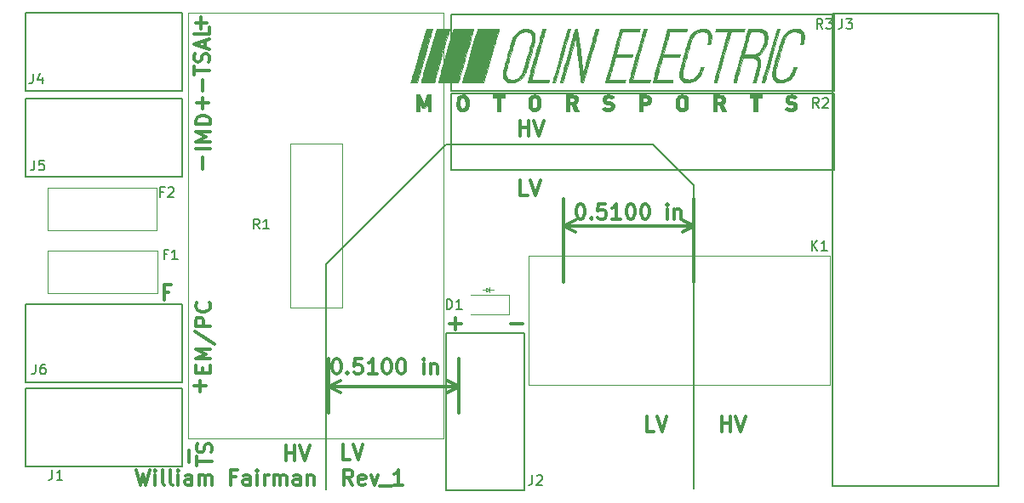
<source format=gbr>
G04 #@! TF.FileFunction,Legend,Top*
%FSLAX46Y46*%
G04 Gerber Fmt 4.6, Leading zero omitted, Abs format (unit mm)*
G04 Created by KiCad (PCBNEW 4.0.7-e2-6376~58~ubuntu16.04.1) date Tue Feb  6 09:54:40 2018*
%MOMM*%
%LPD*%
G01*
G04 APERTURE LIST*
%ADD10C,0.100000*%
%ADD11C,0.300000*%
%ADD12C,0.200000*%
%ADD13C,0.150000*%
%ADD14C,0.120000*%
%ADD15C,0.010000*%
G04 APERTURE END LIST*
D10*
D11*
X131251144Y-63821571D02*
X131394001Y-63821571D01*
X131536858Y-63893000D01*
X131608287Y-63964429D01*
X131679716Y-64107286D01*
X131751144Y-64393000D01*
X131751144Y-64750143D01*
X131679716Y-65035857D01*
X131608287Y-65178714D01*
X131536858Y-65250143D01*
X131394001Y-65321571D01*
X131251144Y-65321571D01*
X131108287Y-65250143D01*
X131036858Y-65178714D01*
X130965430Y-65035857D01*
X130894001Y-64750143D01*
X130894001Y-64393000D01*
X130965430Y-64107286D01*
X131036858Y-63964429D01*
X131108287Y-63893000D01*
X131251144Y-63821571D01*
X132394001Y-65178714D02*
X132465429Y-65250143D01*
X132394001Y-65321571D01*
X132322572Y-65250143D01*
X132394001Y-65178714D01*
X132394001Y-65321571D01*
X133822573Y-63821571D02*
X133108287Y-63821571D01*
X133036858Y-64535857D01*
X133108287Y-64464429D01*
X133251144Y-64393000D01*
X133608287Y-64393000D01*
X133751144Y-64464429D01*
X133822573Y-64535857D01*
X133894001Y-64678714D01*
X133894001Y-65035857D01*
X133822573Y-65178714D01*
X133751144Y-65250143D01*
X133608287Y-65321571D01*
X133251144Y-65321571D01*
X133108287Y-65250143D01*
X133036858Y-65178714D01*
X135322572Y-65321571D02*
X134465429Y-65321571D01*
X134894001Y-65321571D02*
X134894001Y-63821571D01*
X134751144Y-64035857D01*
X134608286Y-64178714D01*
X134465429Y-64250143D01*
X136251143Y-63821571D02*
X136394000Y-63821571D01*
X136536857Y-63893000D01*
X136608286Y-63964429D01*
X136679715Y-64107286D01*
X136751143Y-64393000D01*
X136751143Y-64750143D01*
X136679715Y-65035857D01*
X136608286Y-65178714D01*
X136536857Y-65250143D01*
X136394000Y-65321571D01*
X136251143Y-65321571D01*
X136108286Y-65250143D01*
X136036857Y-65178714D01*
X135965429Y-65035857D01*
X135894000Y-64750143D01*
X135894000Y-64393000D01*
X135965429Y-64107286D01*
X136036857Y-63964429D01*
X136108286Y-63893000D01*
X136251143Y-63821571D01*
X137679714Y-63821571D02*
X137822571Y-63821571D01*
X137965428Y-63893000D01*
X138036857Y-63964429D01*
X138108286Y-64107286D01*
X138179714Y-64393000D01*
X138179714Y-64750143D01*
X138108286Y-65035857D01*
X138036857Y-65178714D01*
X137965428Y-65250143D01*
X137822571Y-65321571D01*
X137679714Y-65321571D01*
X137536857Y-65250143D01*
X137465428Y-65178714D01*
X137394000Y-65035857D01*
X137322571Y-64750143D01*
X137322571Y-64393000D01*
X137394000Y-64107286D01*
X137465428Y-63964429D01*
X137536857Y-63893000D01*
X137679714Y-63821571D01*
X139965428Y-65321571D02*
X139965428Y-64321571D01*
X139965428Y-63821571D02*
X139893999Y-63893000D01*
X139965428Y-63964429D01*
X140036856Y-63893000D01*
X139965428Y-63821571D01*
X139965428Y-63964429D01*
X140679714Y-64321571D02*
X140679714Y-65321571D01*
X140679714Y-64464429D02*
X140751142Y-64393000D01*
X140894000Y-64321571D01*
X141108285Y-64321571D01*
X141251142Y-64393000D01*
X141322571Y-64535857D01*
X141322571Y-65321571D01*
X143510000Y-66548000D02*
X130556000Y-66548000D01*
X143510000Y-63754000D02*
X143510000Y-69248000D01*
X130556000Y-63754000D02*
X130556000Y-69248000D01*
X130556000Y-66548000D02*
X131682504Y-65961579D01*
X130556000Y-66548000D02*
X131682504Y-67134421D01*
X143510000Y-66548000D02*
X142383496Y-65961579D01*
X143510000Y-66548000D02*
X142383496Y-67134421D01*
X126309572Y-73957571D02*
X126309572Y-72457571D01*
X126309572Y-73171857D02*
X127166715Y-73171857D01*
X127166715Y-73957571D02*
X127166715Y-72457571D01*
X127666715Y-72457571D02*
X128166715Y-73957571D01*
X128666715Y-72457571D01*
X149550572Y-41572571D02*
X149550572Y-40072571D01*
X149550572Y-40786857D02*
X150407715Y-40786857D01*
X150407715Y-41572571D02*
X150407715Y-40072571D01*
X150907715Y-40072571D02*
X151407715Y-41572571D01*
X151907715Y-40072571D01*
X132663429Y-73830571D02*
X131949143Y-73830571D01*
X131949143Y-72330571D01*
X132949143Y-72330571D02*
X133449143Y-73830571D01*
X133949143Y-72330571D01*
X150316429Y-47541571D02*
X149602143Y-47541571D01*
X149602143Y-46041571D01*
X150602143Y-46041571D02*
X151102143Y-47541571D01*
X151602143Y-46041571D01*
X118002857Y-43751572D02*
X118002857Y-44894429D01*
D12*
X130302000Y-67818000D02*
X130302000Y-76835000D01*
X130302000Y-54356000D02*
X130302000Y-67818000D01*
X132588000Y-52070000D02*
X130302000Y-54356000D01*
D11*
X117284572Y-30333143D02*
X118427429Y-30333143D01*
X117856000Y-30904571D02*
X117856000Y-29761714D01*
X117157572Y-66528143D02*
X118300429Y-66528143D01*
X117729000Y-67099571D02*
X117729000Y-65956714D01*
X114641286Y-57169857D02*
X114141286Y-57169857D01*
X114141286Y-57955571D02*
X114141286Y-56455571D01*
X114855572Y-56455571D01*
X111428287Y-74870571D02*
X111785430Y-76370571D01*
X112071144Y-75299143D01*
X112356858Y-76370571D01*
X112714001Y-74870571D01*
X113285430Y-76370571D02*
X113285430Y-75370571D01*
X113285430Y-74870571D02*
X113214001Y-74942000D01*
X113285430Y-75013429D01*
X113356858Y-74942000D01*
X113285430Y-74870571D01*
X113285430Y-75013429D01*
X114214002Y-76370571D02*
X114071144Y-76299143D01*
X113999716Y-76156286D01*
X113999716Y-74870571D01*
X114999716Y-76370571D02*
X114856858Y-76299143D01*
X114785430Y-76156286D01*
X114785430Y-74870571D01*
X115571144Y-76370571D02*
X115571144Y-75370571D01*
X115571144Y-74870571D02*
X115499715Y-74942000D01*
X115571144Y-75013429D01*
X115642572Y-74942000D01*
X115571144Y-74870571D01*
X115571144Y-75013429D01*
X116928287Y-76370571D02*
X116928287Y-75584857D01*
X116856858Y-75442000D01*
X116714001Y-75370571D01*
X116428287Y-75370571D01*
X116285430Y-75442000D01*
X116928287Y-76299143D02*
X116785430Y-76370571D01*
X116428287Y-76370571D01*
X116285430Y-76299143D01*
X116214001Y-76156286D01*
X116214001Y-76013429D01*
X116285430Y-75870571D01*
X116428287Y-75799143D01*
X116785430Y-75799143D01*
X116928287Y-75727714D01*
X117642573Y-76370571D02*
X117642573Y-75370571D01*
X117642573Y-75513429D02*
X117714001Y-75442000D01*
X117856859Y-75370571D01*
X118071144Y-75370571D01*
X118214001Y-75442000D01*
X118285430Y-75584857D01*
X118285430Y-76370571D01*
X118285430Y-75584857D02*
X118356859Y-75442000D01*
X118499716Y-75370571D01*
X118714001Y-75370571D01*
X118856859Y-75442000D01*
X118928287Y-75584857D01*
X118928287Y-76370571D01*
X121285430Y-75584857D02*
X120785430Y-75584857D01*
X120785430Y-76370571D02*
X120785430Y-74870571D01*
X121499716Y-74870571D01*
X122714001Y-76370571D02*
X122714001Y-75584857D01*
X122642572Y-75442000D01*
X122499715Y-75370571D01*
X122214001Y-75370571D01*
X122071144Y-75442000D01*
X122714001Y-76299143D02*
X122571144Y-76370571D01*
X122214001Y-76370571D01*
X122071144Y-76299143D01*
X121999715Y-76156286D01*
X121999715Y-76013429D01*
X122071144Y-75870571D01*
X122214001Y-75799143D01*
X122571144Y-75799143D01*
X122714001Y-75727714D01*
X123428287Y-76370571D02*
X123428287Y-75370571D01*
X123428287Y-74870571D02*
X123356858Y-74942000D01*
X123428287Y-75013429D01*
X123499715Y-74942000D01*
X123428287Y-74870571D01*
X123428287Y-75013429D01*
X124142573Y-76370571D02*
X124142573Y-75370571D01*
X124142573Y-75656286D02*
X124214001Y-75513429D01*
X124285430Y-75442000D01*
X124428287Y-75370571D01*
X124571144Y-75370571D01*
X125071144Y-76370571D02*
X125071144Y-75370571D01*
X125071144Y-75513429D02*
X125142572Y-75442000D01*
X125285430Y-75370571D01*
X125499715Y-75370571D01*
X125642572Y-75442000D01*
X125714001Y-75584857D01*
X125714001Y-76370571D01*
X125714001Y-75584857D02*
X125785430Y-75442000D01*
X125928287Y-75370571D01*
X126142572Y-75370571D01*
X126285430Y-75442000D01*
X126356858Y-75584857D01*
X126356858Y-76370571D01*
X127714001Y-76370571D02*
X127714001Y-75584857D01*
X127642572Y-75442000D01*
X127499715Y-75370571D01*
X127214001Y-75370571D01*
X127071144Y-75442000D01*
X127714001Y-76299143D02*
X127571144Y-76370571D01*
X127214001Y-76370571D01*
X127071144Y-76299143D01*
X126999715Y-76156286D01*
X126999715Y-76013429D01*
X127071144Y-75870571D01*
X127214001Y-75799143D01*
X127571144Y-75799143D01*
X127714001Y-75727714D01*
X128428287Y-75370571D02*
X128428287Y-76370571D01*
X128428287Y-75513429D02*
X128499715Y-75442000D01*
X128642573Y-75370571D01*
X128856858Y-75370571D01*
X128999715Y-75442000D01*
X129071144Y-75584857D01*
X129071144Y-76370571D01*
X132928287Y-76370571D02*
X132428287Y-75656286D01*
X132071144Y-76370571D02*
X132071144Y-74870571D01*
X132642572Y-74870571D01*
X132785430Y-74942000D01*
X132856858Y-75013429D01*
X132928287Y-75156286D01*
X132928287Y-75370571D01*
X132856858Y-75513429D01*
X132785430Y-75584857D01*
X132642572Y-75656286D01*
X132071144Y-75656286D01*
X134142572Y-76299143D02*
X133999715Y-76370571D01*
X133714001Y-76370571D01*
X133571144Y-76299143D01*
X133499715Y-76156286D01*
X133499715Y-75584857D01*
X133571144Y-75442000D01*
X133714001Y-75370571D01*
X133999715Y-75370571D01*
X134142572Y-75442000D01*
X134214001Y-75584857D01*
X134214001Y-75727714D01*
X133499715Y-75870571D01*
X134714001Y-75370571D02*
X135071144Y-76370571D01*
X135428286Y-75370571D01*
X135642572Y-76513429D02*
X136785429Y-76513429D01*
X137928286Y-76370571D02*
X137071143Y-76370571D01*
X137499715Y-76370571D02*
X137499715Y-74870571D01*
X137356858Y-75084857D01*
X137214000Y-75227714D01*
X137071143Y-75299143D01*
X142557572Y-60305143D02*
X143700429Y-60305143D01*
X143129000Y-60876571D02*
X143129000Y-59733714D01*
X148653572Y-60305143D02*
X149796429Y-60305143D01*
X118002857Y-36004572D02*
X118002857Y-37147429D01*
X117411572Y-38334143D02*
X118554429Y-38334143D01*
X117983000Y-38905571D02*
X117983000Y-37762714D01*
X116605857Y-72961572D02*
X116605857Y-74104429D01*
X117415571Y-74421857D02*
X117415571Y-73564714D01*
X118915571Y-73993285D02*
X117415571Y-73993285D01*
X118844143Y-73136143D02*
X118915571Y-72921857D01*
X118915571Y-72564714D01*
X118844143Y-72421857D01*
X118772714Y-72350428D01*
X118629857Y-72279000D01*
X118487000Y-72279000D01*
X118344143Y-72350428D01*
X118272714Y-72421857D01*
X118201286Y-72564714D01*
X118129857Y-72850428D01*
X118058429Y-72993286D01*
X117987000Y-73064714D01*
X117844143Y-73136143D01*
X117701286Y-73136143D01*
X117558429Y-73064714D01*
X117487000Y-72993286D01*
X117415571Y-72850428D01*
X117415571Y-72493286D01*
X117487000Y-72279000D01*
X118002857Y-65186286D02*
X118002857Y-64686286D01*
X118788571Y-64472000D02*
X118788571Y-65186286D01*
X117288571Y-65186286D01*
X117288571Y-64472000D01*
X118788571Y-63829143D02*
X117288571Y-63829143D01*
X118360000Y-63329143D01*
X117288571Y-62829143D01*
X118788571Y-62829143D01*
X117217143Y-61043429D02*
X119145714Y-62329143D01*
X118788571Y-60543428D02*
X117288571Y-60543428D01*
X117288571Y-59972000D01*
X117360000Y-59829142D01*
X117431429Y-59757714D01*
X117574286Y-59686285D01*
X117788571Y-59686285D01*
X117931429Y-59757714D01*
X118002857Y-59829142D01*
X118074286Y-59972000D01*
X118074286Y-60543428D01*
X118645714Y-58186285D02*
X118717143Y-58257714D01*
X118788571Y-58472000D01*
X118788571Y-58614857D01*
X118717143Y-58829142D01*
X118574286Y-58972000D01*
X118431429Y-59043428D01*
X118145714Y-59114857D01*
X117931429Y-59114857D01*
X117645714Y-59043428D01*
X117502857Y-58972000D01*
X117360000Y-58829142D01*
X117288571Y-58614857D01*
X117288571Y-58472000D01*
X117360000Y-58257714D01*
X117431429Y-58186285D01*
X118788571Y-42882143D02*
X117288571Y-42882143D01*
X118788571Y-42167857D02*
X117288571Y-42167857D01*
X118360000Y-41667857D01*
X117288571Y-41167857D01*
X118788571Y-41167857D01*
X118788571Y-40453571D02*
X117288571Y-40453571D01*
X117288571Y-40096428D01*
X117360000Y-39882143D01*
X117502857Y-39739285D01*
X117645714Y-39667857D01*
X117931429Y-39596428D01*
X118145714Y-39596428D01*
X118431429Y-39667857D01*
X118574286Y-39739285D01*
X118717143Y-39882143D01*
X118788571Y-40096428D01*
X118788571Y-40453571D01*
X117161571Y-35539857D02*
X117161571Y-34682714D01*
X118661571Y-35111285D02*
X117161571Y-35111285D01*
X118590143Y-34254143D02*
X118661571Y-34039857D01*
X118661571Y-33682714D01*
X118590143Y-33539857D01*
X118518714Y-33468428D01*
X118375857Y-33397000D01*
X118233000Y-33397000D01*
X118090143Y-33468428D01*
X118018714Y-33539857D01*
X117947286Y-33682714D01*
X117875857Y-33968428D01*
X117804429Y-34111286D01*
X117733000Y-34182714D01*
X117590143Y-34254143D01*
X117447286Y-34254143D01*
X117304429Y-34182714D01*
X117233000Y-34111286D01*
X117161571Y-33968428D01*
X117161571Y-33611286D01*
X117233000Y-33397000D01*
X118233000Y-32825572D02*
X118233000Y-32111286D01*
X118661571Y-32968429D02*
X117161571Y-32468429D01*
X118661571Y-31968429D01*
X118661571Y-30754143D02*
X118661571Y-31468429D01*
X117161571Y-31468429D01*
X169616572Y-71036571D02*
X169616572Y-69536571D01*
X169616572Y-70250857D02*
X170473715Y-70250857D01*
X170473715Y-71036571D02*
X170473715Y-69536571D01*
X170973715Y-69536571D02*
X171473715Y-71036571D01*
X171973715Y-69536571D01*
X162889429Y-71036571D02*
X162175143Y-71036571D01*
X162175143Y-69536571D01*
X163175143Y-69536571D02*
X163675143Y-71036571D01*
X164175143Y-69536571D01*
X155508144Y-48374571D02*
X155651001Y-48374571D01*
X155793858Y-48446000D01*
X155865287Y-48517429D01*
X155936716Y-48660286D01*
X156008144Y-48946000D01*
X156008144Y-49303143D01*
X155936716Y-49588857D01*
X155865287Y-49731714D01*
X155793858Y-49803143D01*
X155651001Y-49874571D01*
X155508144Y-49874571D01*
X155365287Y-49803143D01*
X155293858Y-49731714D01*
X155222430Y-49588857D01*
X155151001Y-49303143D01*
X155151001Y-48946000D01*
X155222430Y-48660286D01*
X155293858Y-48517429D01*
X155365287Y-48446000D01*
X155508144Y-48374571D01*
X156651001Y-49731714D02*
X156722429Y-49803143D01*
X156651001Y-49874571D01*
X156579572Y-49803143D01*
X156651001Y-49731714D01*
X156651001Y-49874571D01*
X158079573Y-48374571D02*
X157365287Y-48374571D01*
X157293858Y-49088857D01*
X157365287Y-49017429D01*
X157508144Y-48946000D01*
X157865287Y-48946000D01*
X158008144Y-49017429D01*
X158079573Y-49088857D01*
X158151001Y-49231714D01*
X158151001Y-49588857D01*
X158079573Y-49731714D01*
X158008144Y-49803143D01*
X157865287Y-49874571D01*
X157508144Y-49874571D01*
X157365287Y-49803143D01*
X157293858Y-49731714D01*
X159579572Y-49874571D02*
X158722429Y-49874571D01*
X159151001Y-49874571D02*
X159151001Y-48374571D01*
X159008144Y-48588857D01*
X158865286Y-48731714D01*
X158722429Y-48803143D01*
X160508143Y-48374571D02*
X160651000Y-48374571D01*
X160793857Y-48446000D01*
X160865286Y-48517429D01*
X160936715Y-48660286D01*
X161008143Y-48946000D01*
X161008143Y-49303143D01*
X160936715Y-49588857D01*
X160865286Y-49731714D01*
X160793857Y-49803143D01*
X160651000Y-49874571D01*
X160508143Y-49874571D01*
X160365286Y-49803143D01*
X160293857Y-49731714D01*
X160222429Y-49588857D01*
X160151000Y-49303143D01*
X160151000Y-48946000D01*
X160222429Y-48660286D01*
X160293857Y-48517429D01*
X160365286Y-48446000D01*
X160508143Y-48374571D01*
X161936714Y-48374571D02*
X162079571Y-48374571D01*
X162222428Y-48446000D01*
X162293857Y-48517429D01*
X162365286Y-48660286D01*
X162436714Y-48946000D01*
X162436714Y-49303143D01*
X162365286Y-49588857D01*
X162293857Y-49731714D01*
X162222428Y-49803143D01*
X162079571Y-49874571D01*
X161936714Y-49874571D01*
X161793857Y-49803143D01*
X161722428Y-49731714D01*
X161651000Y-49588857D01*
X161579571Y-49303143D01*
X161579571Y-48946000D01*
X161651000Y-48660286D01*
X161722428Y-48517429D01*
X161793857Y-48446000D01*
X161936714Y-48374571D01*
X164222428Y-49874571D02*
X164222428Y-48874571D01*
X164222428Y-48374571D02*
X164150999Y-48446000D01*
X164222428Y-48517429D01*
X164293856Y-48446000D01*
X164222428Y-48374571D01*
X164222428Y-48517429D01*
X164936714Y-48874571D02*
X164936714Y-49874571D01*
X164936714Y-49017429D02*
X165008142Y-48946000D01*
X165151000Y-48874571D01*
X165365285Y-48874571D01*
X165508142Y-48946000D01*
X165579571Y-49088857D01*
X165579571Y-49874571D01*
X153924000Y-50546000D02*
X166878000Y-50546000D01*
X153924000Y-56134000D02*
X153924000Y-47846000D01*
X166878000Y-56134000D02*
X166878000Y-47846000D01*
X166878000Y-50546000D02*
X165751496Y-51132421D01*
X166878000Y-50546000D02*
X165751496Y-49959579D01*
X153924000Y-50546000D02*
X155050504Y-51132421D01*
X153924000Y-50546000D02*
X155050504Y-49959579D01*
D12*
X166878000Y-46482000D02*
X166878000Y-76708000D01*
X162814000Y-42418000D02*
X166878000Y-46482000D01*
X142240000Y-42418000D02*
X162814000Y-42418000D01*
X141986000Y-42672000D02*
X142240000Y-42418000D01*
X132588000Y-52070000D02*
X141986000Y-42672000D01*
D13*
X180678700Y-76466700D02*
X197188700Y-76466700D01*
X197180000Y-29451300D02*
X180680000Y-29451300D01*
X197188700Y-76460000D02*
X197188700Y-29460000D01*
X180666000Y-76460000D02*
X180666000Y-29460000D01*
D14*
X150408000Y-53554000D02*
X180408000Y-53554000D01*
X180408000Y-53554000D02*
X180408000Y-66454000D01*
X150408000Y-66454000D02*
X180408000Y-66454000D01*
X150408000Y-53554000D02*
X150408000Y-66454000D01*
D10*
X146204000Y-56920000D02*
X145804000Y-56920000D01*
X146504000Y-56920000D02*
X146204000Y-57120000D01*
X146204000Y-57120000D02*
X146204000Y-56720000D01*
X146204000Y-56720000D02*
X146504000Y-56920000D01*
X146904000Y-56920000D02*
X146504000Y-56920000D01*
X146504000Y-56920000D02*
X146504000Y-57170000D01*
X146504000Y-57170000D02*
X146504000Y-56670000D01*
D14*
X148504000Y-59420000D02*
X148504000Y-57420000D01*
X148504000Y-57420000D02*
X144654000Y-57420000D01*
X148504000Y-59420000D02*
X144654000Y-59420000D01*
X102567000Y-52998000D02*
X113467000Y-52998000D01*
X102567000Y-52998000D02*
X102567000Y-57238000D01*
X113467000Y-57238000D02*
X113467000Y-52998000D01*
X113467000Y-57238000D02*
X102567000Y-57238000D01*
X113460000Y-51015000D02*
X102560000Y-51015000D01*
X113460000Y-51015000D02*
X113460000Y-46775000D01*
X102560000Y-46775000D02*
X102560000Y-51015000D01*
X102560000Y-46775000D02*
X113460000Y-46775000D01*
D13*
X142748000Y-37338000D02*
X180848000Y-37338000D01*
X180848000Y-44958000D02*
X142748000Y-44958000D01*
X180848000Y-44958000D02*
X180848000Y-37458000D01*
X142748000Y-44958000D02*
X142748000Y-37458000D01*
X142748000Y-29464000D02*
X180848000Y-29464000D01*
X180848000Y-37084000D02*
X142748000Y-37084000D01*
X180848000Y-37084000D02*
X180848000Y-29584000D01*
X142748000Y-37084000D02*
X142748000Y-29584000D01*
D14*
X126686000Y-58707000D02*
X126686000Y-42407000D01*
X116586000Y-71757000D02*
X116586000Y-29357000D01*
X126686000Y-58707000D02*
X131886000Y-58707000D01*
X126686000Y-42407000D02*
X131886000Y-42407000D01*
X131886000Y-58707000D02*
X131886000Y-42407000D01*
X141986000Y-71757000D02*
X141986000Y-29357000D01*
X141986000Y-29357000D02*
X116586000Y-29357000D01*
X141986000Y-71757000D02*
X116586000Y-71757000D01*
D15*
G36*
X143972944Y-37497555D02*
X144111057Y-37529693D01*
X144229133Y-37596457D01*
X144318319Y-37678981D01*
X144379911Y-37758125D01*
X144424398Y-37847727D01*
X144453549Y-37956260D01*
X144469137Y-38092195D01*
X144472931Y-38264004D01*
X144469754Y-38403486D01*
X144457375Y-38599255D01*
X144433214Y-38752772D01*
X144393726Y-38871915D01*
X144335367Y-38964561D01*
X144254590Y-39038587D01*
X144157700Y-39096877D01*
X144060576Y-39130725D01*
X143936576Y-39152438D01*
X143807135Y-39160093D01*
X143693687Y-39151766D01*
X143653094Y-39142143D01*
X143510502Y-39070998D01*
X143390740Y-38960694D01*
X143317601Y-38847694D01*
X143293484Y-38796477D01*
X143276294Y-38750571D01*
X143265067Y-38700500D01*
X143258836Y-38636784D01*
X143256638Y-38549948D01*
X143257507Y-38430514D01*
X143260182Y-38283871D01*
X143260316Y-38277681D01*
X143586978Y-38277681D01*
X143590824Y-38405568D01*
X143599763Y-38528673D01*
X143612987Y-38633797D01*
X143629686Y-38707740D01*
X143638748Y-38728361D01*
X143689703Y-38781247D01*
X143763673Y-38829255D01*
X143837162Y-38858288D01*
X143860511Y-38861421D01*
X143904862Y-38850811D01*
X143966234Y-38824394D01*
X143968031Y-38823470D01*
X144026143Y-38786133D01*
X144067880Y-38738102D01*
X144095437Y-38671354D01*
X144111011Y-38577867D01*
X144116798Y-38449618D01*
X144115172Y-38285896D01*
X144106900Y-37943305D01*
X144023949Y-37869252D01*
X143926465Y-37809293D01*
X143828449Y-37795789D01*
X143737958Y-37825125D01*
X143663049Y-37893690D01*
X143611783Y-37997868D01*
X143597804Y-38060354D01*
X143589035Y-38158210D01*
X143586978Y-38277681D01*
X143260316Y-38277681D01*
X143263595Y-38126384D01*
X143267512Y-38010726D01*
X143273248Y-37927928D01*
X143282123Y-37869027D01*
X143295452Y-37825056D01*
X143314554Y-37787049D01*
X143338766Y-37749026D01*
X143437063Y-37630722D01*
X143553110Y-37552271D01*
X143696904Y-37508222D01*
X143803083Y-37495881D01*
X143972944Y-37497555D01*
X143972944Y-37497555D01*
G37*
X143972944Y-37497555D02*
X144111057Y-37529693D01*
X144229133Y-37596457D01*
X144318319Y-37678981D01*
X144379911Y-37758125D01*
X144424398Y-37847727D01*
X144453549Y-37956260D01*
X144469137Y-38092195D01*
X144472931Y-38264004D01*
X144469754Y-38403486D01*
X144457375Y-38599255D01*
X144433214Y-38752772D01*
X144393726Y-38871915D01*
X144335367Y-38964561D01*
X144254590Y-39038587D01*
X144157700Y-39096877D01*
X144060576Y-39130725D01*
X143936576Y-39152438D01*
X143807135Y-39160093D01*
X143693687Y-39151766D01*
X143653094Y-39142143D01*
X143510502Y-39070998D01*
X143390740Y-38960694D01*
X143317601Y-38847694D01*
X143293484Y-38796477D01*
X143276294Y-38750571D01*
X143265067Y-38700500D01*
X143258836Y-38636784D01*
X143256638Y-38549948D01*
X143257507Y-38430514D01*
X143260182Y-38283871D01*
X143260316Y-38277681D01*
X143586978Y-38277681D01*
X143590824Y-38405568D01*
X143599763Y-38528673D01*
X143612987Y-38633797D01*
X143629686Y-38707740D01*
X143638748Y-38728361D01*
X143689703Y-38781247D01*
X143763673Y-38829255D01*
X143837162Y-38858288D01*
X143860511Y-38861421D01*
X143904862Y-38850811D01*
X143966234Y-38824394D01*
X143968031Y-38823470D01*
X144026143Y-38786133D01*
X144067880Y-38738102D01*
X144095437Y-38671354D01*
X144111011Y-38577867D01*
X144116798Y-38449618D01*
X144115172Y-38285896D01*
X144106900Y-37943305D01*
X144023949Y-37869252D01*
X143926465Y-37809293D01*
X143828449Y-37795789D01*
X143737958Y-37825125D01*
X143663049Y-37893690D01*
X143611783Y-37997868D01*
X143597804Y-38060354D01*
X143589035Y-38158210D01*
X143586978Y-38277681D01*
X143260316Y-38277681D01*
X143263595Y-38126384D01*
X143267512Y-38010726D01*
X143273248Y-37927928D01*
X143282123Y-37869027D01*
X143295452Y-37825056D01*
X143314554Y-37787049D01*
X143338766Y-37749026D01*
X143437063Y-37630722D01*
X143553110Y-37552271D01*
X143696904Y-37508222D01*
X143803083Y-37495881D01*
X143972944Y-37497555D01*
G36*
X151171821Y-37507073D02*
X151316487Y-37563184D01*
X151441643Y-37654603D01*
X151523307Y-37756149D01*
X151553063Y-37806116D01*
X151574143Y-37850752D01*
X151588301Y-37900327D01*
X151597293Y-37965111D01*
X151602872Y-38055375D01*
X151606795Y-38181388D01*
X151608545Y-38254980D01*
X151610248Y-38453864D01*
X151603735Y-38610514D01*
X151586979Y-38733118D01*
X151557954Y-38829864D01*
X151514632Y-38908939D01*
X151454986Y-38978530D01*
X151421779Y-39009376D01*
X151275688Y-39105423D01*
X151109272Y-39156050D01*
X150926456Y-39160472D01*
X150789869Y-39135404D01*
X150687901Y-39088109D01*
X150584747Y-39006996D01*
X150494841Y-38906585D01*
X150432615Y-38801398D01*
X150418972Y-38762237D01*
X150406008Y-38680022D01*
X150398230Y-38553892D01*
X150395925Y-38390496D01*
X150396140Y-38373881D01*
X150738311Y-38373881D01*
X150740429Y-38503899D01*
X150745729Y-38594178D01*
X150755864Y-38655753D01*
X150772485Y-38699663D01*
X150791560Y-38729481D01*
X150878288Y-38813510D01*
X150974398Y-38850709D01*
X151072608Y-38840463D01*
X151165637Y-38782156D01*
X151184770Y-38762724D01*
X151222387Y-38712707D01*
X151246603Y-38653067D01*
X151262469Y-38568066D01*
X151270280Y-38496224D01*
X151277994Y-38330269D01*
X151271410Y-38169084D01*
X151251771Y-38028585D01*
X151226827Y-37940052D01*
X151174765Y-37868293D01*
X151092227Y-37815852D01*
X150999090Y-37795296D01*
X150997911Y-37795294D01*
X150936961Y-37808452D01*
X150865829Y-37840451D01*
X150858328Y-37844883D01*
X150812725Y-37880395D01*
X150779761Y-37928142D01*
X150757647Y-37996010D01*
X150744595Y-38091884D01*
X150738815Y-38223649D01*
X150738311Y-38373881D01*
X150396140Y-38373881D01*
X150397555Y-38264859D01*
X150401192Y-38116704D01*
X150405592Y-38009290D01*
X150412439Y-37932564D01*
X150423413Y-37876475D01*
X150440199Y-37830973D01*
X150464477Y-37786004D01*
X150482692Y-37756145D01*
X150584827Y-37635714D01*
X150714147Y-37550591D01*
X150861312Y-37500777D01*
X151016983Y-37486271D01*
X151171821Y-37507073D01*
X151171821Y-37507073D01*
G37*
X151171821Y-37507073D02*
X151316487Y-37563184D01*
X151441643Y-37654603D01*
X151523307Y-37756149D01*
X151553063Y-37806116D01*
X151574143Y-37850752D01*
X151588301Y-37900327D01*
X151597293Y-37965111D01*
X151602872Y-38055375D01*
X151606795Y-38181388D01*
X151608545Y-38254980D01*
X151610248Y-38453864D01*
X151603735Y-38610514D01*
X151586979Y-38733118D01*
X151557954Y-38829864D01*
X151514632Y-38908939D01*
X151454986Y-38978530D01*
X151421779Y-39009376D01*
X151275688Y-39105423D01*
X151109272Y-39156050D01*
X150926456Y-39160472D01*
X150789869Y-39135404D01*
X150687901Y-39088109D01*
X150584747Y-39006996D01*
X150494841Y-38906585D01*
X150432615Y-38801398D01*
X150418972Y-38762237D01*
X150406008Y-38680022D01*
X150398230Y-38553892D01*
X150395925Y-38390496D01*
X150396140Y-38373881D01*
X150738311Y-38373881D01*
X150740429Y-38503899D01*
X150745729Y-38594178D01*
X150755864Y-38655753D01*
X150772485Y-38699663D01*
X150791560Y-38729481D01*
X150878288Y-38813510D01*
X150974398Y-38850709D01*
X151072608Y-38840463D01*
X151165637Y-38782156D01*
X151184770Y-38762724D01*
X151222387Y-38712707D01*
X151246603Y-38653067D01*
X151262469Y-38568066D01*
X151270280Y-38496224D01*
X151277994Y-38330269D01*
X151271410Y-38169084D01*
X151251771Y-38028585D01*
X151226827Y-37940052D01*
X151174765Y-37868293D01*
X151092227Y-37815852D01*
X150999090Y-37795296D01*
X150997911Y-37795294D01*
X150936961Y-37808452D01*
X150865829Y-37840451D01*
X150858328Y-37844883D01*
X150812725Y-37880395D01*
X150779761Y-37928142D01*
X150757647Y-37996010D01*
X150744595Y-38091884D01*
X150738815Y-38223649D01*
X150738311Y-38373881D01*
X150396140Y-38373881D01*
X150397555Y-38264859D01*
X150401192Y-38116704D01*
X150405592Y-38009290D01*
X150412439Y-37932564D01*
X150423413Y-37876475D01*
X150440199Y-37830973D01*
X150464477Y-37786004D01*
X150482692Y-37756145D01*
X150584827Y-37635714D01*
X150714147Y-37550591D01*
X150861312Y-37500777D01*
X151016983Y-37486271D01*
X151171821Y-37507073D01*
G36*
X158544534Y-37503836D02*
X158690327Y-37539750D01*
X158807703Y-37595216D01*
X158875060Y-37653024D01*
X158891824Y-37681804D01*
X158885450Y-37712198D01*
X158850433Y-37756376D01*
X158809068Y-37798883D01*
X158706917Y-37901035D01*
X158608185Y-37848117D01*
X158495234Y-37806167D01*
X158376838Y-37792743D01*
X158268401Y-37807510D01*
X158185326Y-37850129D01*
X158177345Y-37857545D01*
X158125497Y-37928302D01*
X158119832Y-37997579D01*
X158139694Y-38047881D01*
X158161782Y-38079172D01*
X158195870Y-38103065D01*
X158251853Y-38123265D01*
X158339627Y-38143475D01*
X158449983Y-38164026D01*
X158619602Y-38202885D01*
X158745776Y-38254254D01*
X158835339Y-38323382D01*
X158895126Y-38415518D01*
X158931562Y-38533920D01*
X158942672Y-38698603D01*
X158906939Y-38846467D01*
X158826490Y-38973026D01*
X158703453Y-39073794D01*
X158665480Y-39094844D01*
X158563801Y-39129626D01*
X158430779Y-39151642D01*
X158284512Y-39159799D01*
X158143097Y-39153003D01*
X158034242Y-39133002D01*
X157947408Y-39099884D01*
X157861531Y-39053306D01*
X157789338Y-39001901D01*
X157743561Y-38954303D01*
X157734000Y-38929362D01*
X157750999Y-38895140D01*
X157794696Y-38840979D01*
X157833721Y-38800333D01*
X157933443Y-38702958D01*
X157999116Y-38754616D01*
X158109908Y-38814910D01*
X158241738Y-38846301D01*
X158377191Y-38847476D01*
X158498854Y-38817121D01*
X158540450Y-38795421D01*
X158582990Y-38741867D01*
X158598403Y-38665996D01*
X158585198Y-38589345D01*
X158557685Y-38546314D01*
X158524447Y-38514818D01*
X158513235Y-38506365D01*
X158452174Y-38499665D01*
X158359504Y-38482666D01*
X158251271Y-38459098D01*
X158143521Y-38432694D01*
X158052300Y-38407186D01*
X157993654Y-38386307D01*
X157990552Y-38384797D01*
X157895046Y-38309755D01*
X157828918Y-38203546D01*
X157793420Y-38077309D01*
X157789803Y-37942181D01*
X157819321Y-37809299D01*
X157883224Y-37689801D01*
X157908906Y-37658647D01*
X158008453Y-37574172D01*
X158129634Y-37520676D01*
X158281833Y-37494834D01*
X158381700Y-37491205D01*
X158544534Y-37503836D01*
X158544534Y-37503836D01*
G37*
X158544534Y-37503836D02*
X158690327Y-37539750D01*
X158807703Y-37595216D01*
X158875060Y-37653024D01*
X158891824Y-37681804D01*
X158885450Y-37712198D01*
X158850433Y-37756376D01*
X158809068Y-37798883D01*
X158706917Y-37901035D01*
X158608185Y-37848117D01*
X158495234Y-37806167D01*
X158376838Y-37792743D01*
X158268401Y-37807510D01*
X158185326Y-37850129D01*
X158177345Y-37857545D01*
X158125497Y-37928302D01*
X158119832Y-37997579D01*
X158139694Y-38047881D01*
X158161782Y-38079172D01*
X158195870Y-38103065D01*
X158251853Y-38123265D01*
X158339627Y-38143475D01*
X158449983Y-38164026D01*
X158619602Y-38202885D01*
X158745776Y-38254254D01*
X158835339Y-38323382D01*
X158895126Y-38415518D01*
X158931562Y-38533920D01*
X158942672Y-38698603D01*
X158906939Y-38846467D01*
X158826490Y-38973026D01*
X158703453Y-39073794D01*
X158665480Y-39094844D01*
X158563801Y-39129626D01*
X158430779Y-39151642D01*
X158284512Y-39159799D01*
X158143097Y-39153003D01*
X158034242Y-39133002D01*
X157947408Y-39099884D01*
X157861531Y-39053306D01*
X157789338Y-39001901D01*
X157743561Y-38954303D01*
X157734000Y-38929362D01*
X157750999Y-38895140D01*
X157794696Y-38840979D01*
X157833721Y-38800333D01*
X157933443Y-38702958D01*
X157999116Y-38754616D01*
X158109908Y-38814910D01*
X158241738Y-38846301D01*
X158377191Y-38847476D01*
X158498854Y-38817121D01*
X158540450Y-38795421D01*
X158582990Y-38741867D01*
X158598403Y-38665996D01*
X158585198Y-38589345D01*
X158557685Y-38546314D01*
X158524447Y-38514818D01*
X158513235Y-38506365D01*
X158452174Y-38499665D01*
X158359504Y-38482666D01*
X158251271Y-38459098D01*
X158143521Y-38432694D01*
X158052300Y-38407186D01*
X157993654Y-38386307D01*
X157990552Y-38384797D01*
X157895046Y-38309755D01*
X157828918Y-38203546D01*
X157793420Y-38077309D01*
X157789803Y-37942181D01*
X157819321Y-37809299D01*
X157883224Y-37689801D01*
X157908906Y-37658647D01*
X158008453Y-37574172D01*
X158129634Y-37520676D01*
X158281833Y-37494834D01*
X158381700Y-37491205D01*
X158544534Y-37503836D01*
G36*
X165856668Y-37511018D02*
X166009524Y-37569651D01*
X166130374Y-37667600D01*
X166219526Y-37805051D01*
X166230924Y-37830852D01*
X166254499Y-37916229D01*
X166272625Y-38038361D01*
X166284589Y-38183422D01*
X166289678Y-38337588D01*
X166287180Y-38487034D01*
X166276382Y-38617937D01*
X166272787Y-38643094D01*
X166229786Y-38812304D01*
X166157498Y-38944459D01*
X166051355Y-39046886D01*
X166000368Y-39080023D01*
X165875675Y-39131049D01*
X165728375Y-39158151D01*
X165579602Y-39159332D01*
X165450490Y-39132594D01*
X165449198Y-39132115D01*
X165296006Y-39050286D01*
X165177336Y-38933713D01*
X165122168Y-38843640D01*
X165098957Y-38791922D01*
X165082689Y-38740868D01*
X165072131Y-38680126D01*
X165066053Y-38599346D01*
X165063224Y-38488176D01*
X165063003Y-38447830D01*
X165407293Y-38447830D01*
X165415100Y-38581837D01*
X165434143Y-38679912D01*
X165466419Y-38749231D01*
X165513925Y-38796967D01*
X165562599Y-38823732D01*
X165629138Y-38850825D01*
X165674690Y-38857961D01*
X165724426Y-38845269D01*
X165774829Y-38824814D01*
X165838128Y-38788039D01*
X165883585Y-38733720D01*
X165913688Y-38654298D01*
X165930927Y-38542216D01*
X165937788Y-38389916D01*
X165938200Y-38328600D01*
X165933984Y-38161995D01*
X165921602Y-38037668D01*
X165902783Y-37962803D01*
X165839341Y-37865048D01*
X165753799Y-37808848D01*
X165655677Y-37796417D01*
X165554495Y-37829966D01*
X165500450Y-37869300D01*
X165417500Y-37943400D01*
X165408727Y-38270718D01*
X165407293Y-38447830D01*
X165063003Y-38447830D01*
X165062418Y-38341300D01*
X165064194Y-38160495D01*
X165071458Y-38021057D01*
X165086280Y-37913665D01*
X165110728Y-37829001D01*
X165146872Y-37757745D01*
X165196780Y-37690579D01*
X165210420Y-37674734D01*
X165319364Y-37578317D01*
X165448309Y-37519091D01*
X165606651Y-37493321D01*
X165671500Y-37491515D01*
X165856668Y-37511018D01*
X165856668Y-37511018D01*
G37*
X165856668Y-37511018D02*
X166009524Y-37569651D01*
X166130374Y-37667600D01*
X166219526Y-37805051D01*
X166230924Y-37830852D01*
X166254499Y-37916229D01*
X166272625Y-38038361D01*
X166284589Y-38183422D01*
X166289678Y-38337588D01*
X166287180Y-38487034D01*
X166276382Y-38617937D01*
X166272787Y-38643094D01*
X166229786Y-38812304D01*
X166157498Y-38944459D01*
X166051355Y-39046886D01*
X166000368Y-39080023D01*
X165875675Y-39131049D01*
X165728375Y-39158151D01*
X165579602Y-39159332D01*
X165450490Y-39132594D01*
X165449198Y-39132115D01*
X165296006Y-39050286D01*
X165177336Y-38933713D01*
X165122168Y-38843640D01*
X165098957Y-38791922D01*
X165082689Y-38740868D01*
X165072131Y-38680126D01*
X165066053Y-38599346D01*
X165063224Y-38488176D01*
X165063003Y-38447830D01*
X165407293Y-38447830D01*
X165415100Y-38581837D01*
X165434143Y-38679912D01*
X165466419Y-38749231D01*
X165513925Y-38796967D01*
X165562599Y-38823732D01*
X165629138Y-38850825D01*
X165674690Y-38857961D01*
X165724426Y-38845269D01*
X165774829Y-38824814D01*
X165838128Y-38788039D01*
X165883585Y-38733720D01*
X165913688Y-38654298D01*
X165930927Y-38542216D01*
X165937788Y-38389916D01*
X165938200Y-38328600D01*
X165933984Y-38161995D01*
X165921602Y-38037668D01*
X165902783Y-37962803D01*
X165839341Y-37865048D01*
X165753799Y-37808848D01*
X165655677Y-37796417D01*
X165554495Y-37829966D01*
X165500450Y-37869300D01*
X165417500Y-37943400D01*
X165408727Y-38270718D01*
X165407293Y-38447830D01*
X165063003Y-38447830D01*
X165062418Y-38341300D01*
X165064194Y-38160495D01*
X165071458Y-38021057D01*
X165086280Y-37913665D01*
X165110728Y-37829001D01*
X165146872Y-37757745D01*
X165196780Y-37690579D01*
X165210420Y-37674734D01*
X165319364Y-37578317D01*
X165448309Y-37519091D01*
X165606651Y-37493321D01*
X165671500Y-37491515D01*
X165856668Y-37511018D01*
G36*
X176739553Y-37502792D02*
X176799872Y-37515561D01*
X176884526Y-37549205D01*
X176965145Y-37592408D01*
X177028486Y-37636795D01*
X177061307Y-37673994D01*
X177063226Y-37682095D01*
X177046433Y-37713587D01*
X177003201Y-37765509D01*
X176967110Y-37802714D01*
X176870820Y-37896738D01*
X176771239Y-37845969D01*
X176655142Y-37803830D01*
X176541581Y-37792154D01*
X176440117Y-37808416D01*
X176360312Y-37850090D01*
X176311727Y-37914651D01*
X176301400Y-37970052D01*
X176312857Y-38032913D01*
X176351624Y-38081105D01*
X176424290Y-38118654D01*
X176537448Y-38149584D01*
X176621603Y-38165627D01*
X176785829Y-38201651D01*
X176907419Y-38247998D01*
X176994230Y-38309420D01*
X177054119Y-38390669D01*
X177076672Y-38440864D01*
X177112477Y-38596246D01*
X177104293Y-38747973D01*
X177055364Y-38886946D01*
X176968934Y-39004062D01*
X176848245Y-39090219D01*
X176844636Y-39091986D01*
X176732811Y-39129400D01*
X176591730Y-39152923D01*
X176441435Y-39160932D01*
X176301966Y-39151804D01*
X176243855Y-39140635D01*
X176140739Y-39106691D01*
X176039370Y-39060072D01*
X175957408Y-39009731D01*
X175920942Y-38976953D01*
X175906443Y-38949482D01*
X175914889Y-38917839D01*
X175951770Y-38870920D01*
X175996604Y-38823895D01*
X176106424Y-38711997D01*
X176173959Y-38760086D01*
X176273767Y-38810637D01*
X176396284Y-38844353D01*
X176516625Y-38855557D01*
X176570508Y-38850523D01*
X176656083Y-38818901D01*
X176729005Y-38765051D01*
X176775104Y-38701435D01*
X176784000Y-38662768D01*
X176769748Y-38596067D01*
X176723194Y-38545088D01*
X176638643Y-38506267D01*
X176510396Y-38476039D01*
X176476436Y-38470298D01*
X176302414Y-38434307D01*
X176171823Y-38386782D01*
X176077762Y-38323072D01*
X176013329Y-38238525D01*
X175972121Y-38130372D01*
X175953120Y-37969890D01*
X175981099Y-37820027D01*
X176053418Y-37687991D01*
X176167434Y-37580994D01*
X176175341Y-37575661D01*
X176239442Y-37538765D01*
X176306214Y-37515774D01*
X176392700Y-37502353D01*
X176490656Y-37495426D01*
X176625731Y-37493769D01*
X176739553Y-37502792D01*
X176739553Y-37502792D01*
G37*
X176739553Y-37502792D02*
X176799872Y-37515561D01*
X176884526Y-37549205D01*
X176965145Y-37592408D01*
X177028486Y-37636795D01*
X177061307Y-37673994D01*
X177063226Y-37682095D01*
X177046433Y-37713587D01*
X177003201Y-37765509D01*
X176967110Y-37802714D01*
X176870820Y-37896738D01*
X176771239Y-37845969D01*
X176655142Y-37803830D01*
X176541581Y-37792154D01*
X176440117Y-37808416D01*
X176360312Y-37850090D01*
X176311727Y-37914651D01*
X176301400Y-37970052D01*
X176312857Y-38032913D01*
X176351624Y-38081105D01*
X176424290Y-38118654D01*
X176537448Y-38149584D01*
X176621603Y-38165627D01*
X176785829Y-38201651D01*
X176907419Y-38247998D01*
X176994230Y-38309420D01*
X177054119Y-38390669D01*
X177076672Y-38440864D01*
X177112477Y-38596246D01*
X177104293Y-38747973D01*
X177055364Y-38886946D01*
X176968934Y-39004062D01*
X176848245Y-39090219D01*
X176844636Y-39091986D01*
X176732811Y-39129400D01*
X176591730Y-39152923D01*
X176441435Y-39160932D01*
X176301966Y-39151804D01*
X176243855Y-39140635D01*
X176140739Y-39106691D01*
X176039370Y-39060072D01*
X175957408Y-39009731D01*
X175920942Y-38976953D01*
X175906443Y-38949482D01*
X175914889Y-38917839D01*
X175951770Y-38870920D01*
X175996604Y-38823895D01*
X176106424Y-38711997D01*
X176173959Y-38760086D01*
X176273767Y-38810637D01*
X176396284Y-38844353D01*
X176516625Y-38855557D01*
X176570508Y-38850523D01*
X176656083Y-38818901D01*
X176729005Y-38765051D01*
X176775104Y-38701435D01*
X176784000Y-38662768D01*
X176769748Y-38596067D01*
X176723194Y-38545088D01*
X176638643Y-38506267D01*
X176510396Y-38476039D01*
X176476436Y-38470298D01*
X176302414Y-38434307D01*
X176171823Y-38386782D01*
X176077762Y-38323072D01*
X176013329Y-38238525D01*
X175972121Y-38130372D01*
X175953120Y-37969890D01*
X175981099Y-37820027D01*
X176053418Y-37687991D01*
X176167434Y-37580994D01*
X176175341Y-37575661D01*
X176239442Y-37538765D01*
X176306214Y-37515774D01*
X176392700Y-37502353D01*
X176490656Y-37495426D01*
X176625731Y-37493769D01*
X176739553Y-37502792D01*
G36*
X139760246Y-37921475D02*
X139969468Y-38352550D01*
X140381700Y-37490400D01*
X140716000Y-37490400D01*
X140716000Y-39141400D01*
X140385800Y-39141400D01*
X140382848Y-38239700D01*
X140238794Y-38525450D01*
X140094739Y-38811200D01*
X139838660Y-38811200D01*
X139694605Y-38525450D01*
X139550551Y-38239700D01*
X139549075Y-38690550D01*
X139547600Y-39141400D01*
X139217400Y-39141400D01*
X139217400Y-37490400D01*
X139551023Y-37490400D01*
X139760246Y-37921475D01*
X139760246Y-37921475D01*
G37*
X139760246Y-37921475D02*
X139969468Y-38352550D01*
X140381700Y-37490400D01*
X140716000Y-37490400D01*
X140716000Y-39141400D01*
X140385800Y-39141400D01*
X140382848Y-38239700D01*
X140238794Y-38525450D01*
X140094739Y-38811200D01*
X139838660Y-38811200D01*
X139694605Y-38525450D01*
X139550551Y-38239700D01*
X139549075Y-38690550D01*
X139547600Y-39141400D01*
X139217400Y-39141400D01*
X139217400Y-37490400D01*
X139551023Y-37490400D01*
X139760246Y-37921475D01*
G36*
X148031200Y-37795200D02*
X147599400Y-37795200D01*
X147599400Y-39141400D01*
X147269200Y-39141400D01*
X147269200Y-37795200D01*
X146837400Y-37795200D01*
X146837400Y-37490400D01*
X148031200Y-37490400D01*
X148031200Y-37795200D01*
X148031200Y-37795200D01*
G37*
X148031200Y-37795200D02*
X147599400Y-37795200D01*
X147599400Y-39141400D01*
X147269200Y-39141400D01*
X147269200Y-37795200D01*
X146837400Y-37795200D01*
X146837400Y-37490400D01*
X148031200Y-37490400D01*
X148031200Y-37795200D01*
G36*
X154501850Y-37491005D02*
X154639226Y-37492860D01*
X154766666Y-37497503D01*
X154871297Y-37504268D01*
X154940247Y-37512492D01*
X154947653Y-37514025D01*
X155092018Y-37571459D01*
X155206981Y-37665374D01*
X155287860Y-37787870D01*
X155329978Y-37931050D01*
X155328653Y-38087014D01*
X155318070Y-38139211D01*
X155284409Y-38223980D01*
X155231243Y-38307948D01*
X155169199Y-38378252D01*
X155108903Y-38422023D01*
X155077727Y-38430200D01*
X155069911Y-38445792D01*
X155084185Y-38494563D01*
X155121791Y-38579508D01*
X155183968Y-38703620D01*
X155218273Y-38769215D01*
X155280612Y-38888374D01*
X155333498Y-38991456D01*
X155372793Y-39070236D01*
X155394358Y-39116489D01*
X155397200Y-39124815D01*
X155373826Y-39132580D01*
X155311790Y-39138399D01*
X155223224Y-39141263D01*
X155197680Y-39141400D01*
X154998161Y-39141400D01*
X154848430Y-38824185D01*
X154698700Y-38506971D01*
X154590750Y-38506685D01*
X154482800Y-38506400D01*
X154482800Y-39141400D01*
X154152600Y-39141400D01*
X154152600Y-38201600D01*
X154482800Y-38201600D01*
X154674454Y-38201600D01*
X154776417Y-38199701D01*
X154842399Y-38191591D01*
X154887153Y-38173649D01*
X154925431Y-38142253D01*
X154928454Y-38139254D01*
X154980686Y-38058405D01*
X154982732Y-37972611D01*
X154934548Y-37885074D01*
X154931935Y-37881999D01*
X154895566Y-37846156D01*
X154852885Y-37823902D01*
X154789583Y-37810677D01*
X154691352Y-37801920D01*
X154677935Y-37801042D01*
X154482800Y-37788519D01*
X154482800Y-38201600D01*
X154152600Y-38201600D01*
X154152600Y-37490400D01*
X154501850Y-37491005D01*
X154501850Y-37491005D01*
G37*
X154501850Y-37491005D02*
X154639226Y-37492860D01*
X154766666Y-37497503D01*
X154871297Y-37504268D01*
X154940247Y-37512492D01*
X154947653Y-37514025D01*
X155092018Y-37571459D01*
X155206981Y-37665374D01*
X155287860Y-37787870D01*
X155329978Y-37931050D01*
X155328653Y-38087014D01*
X155318070Y-38139211D01*
X155284409Y-38223980D01*
X155231243Y-38307948D01*
X155169199Y-38378252D01*
X155108903Y-38422023D01*
X155077727Y-38430200D01*
X155069911Y-38445792D01*
X155084185Y-38494563D01*
X155121791Y-38579508D01*
X155183968Y-38703620D01*
X155218273Y-38769215D01*
X155280612Y-38888374D01*
X155333498Y-38991456D01*
X155372793Y-39070236D01*
X155394358Y-39116489D01*
X155397200Y-39124815D01*
X155373826Y-39132580D01*
X155311790Y-39138399D01*
X155223224Y-39141263D01*
X155197680Y-39141400D01*
X154998161Y-39141400D01*
X154848430Y-38824185D01*
X154698700Y-38506971D01*
X154590750Y-38506685D01*
X154482800Y-38506400D01*
X154482800Y-39141400D01*
X154152600Y-39141400D01*
X154152600Y-38201600D01*
X154482800Y-38201600D01*
X154674454Y-38201600D01*
X154776417Y-38199701D01*
X154842399Y-38191591D01*
X154887153Y-38173649D01*
X154925431Y-38142253D01*
X154928454Y-38139254D01*
X154980686Y-38058405D01*
X154982732Y-37972611D01*
X154934548Y-37885074D01*
X154931935Y-37881999D01*
X154895566Y-37846156D01*
X154852885Y-37823902D01*
X154789583Y-37810677D01*
X154691352Y-37801920D01*
X154677935Y-37801042D01*
X154482800Y-37788519D01*
X154482800Y-38201600D01*
X154152600Y-38201600D01*
X154152600Y-37490400D01*
X154501850Y-37491005D01*
G36*
X161804350Y-37490541D02*
X161983079Y-37492570D01*
X162120749Y-37499597D01*
X162226992Y-37513274D01*
X162311437Y-37535252D01*
X162383716Y-37567181D01*
X162435987Y-37598820D01*
X162526288Y-37686927D01*
X162592496Y-37807582D01*
X162630679Y-37946705D01*
X162636904Y-38090216D01*
X162609184Y-38218996D01*
X162535487Y-38346815D01*
X162423615Y-38441168D01*
X162273545Y-38502065D01*
X162085251Y-38529521D01*
X162020250Y-38531242D01*
X161798000Y-38531800D01*
X161798000Y-39141400D01*
X161442400Y-39141400D01*
X161442400Y-37795200D01*
X161798000Y-37795200D01*
X161798000Y-38227000D01*
X161972374Y-38227000D01*
X162079566Y-38223014D01*
X162151827Y-38208887D01*
X162204557Y-38181364D01*
X162210820Y-38176601D01*
X162275945Y-38098316D01*
X162293504Y-38007399D01*
X162269210Y-37924734D01*
X162208367Y-37855675D01*
X162109333Y-37813062D01*
X161969102Y-37795735D01*
X161933909Y-37795200D01*
X161798000Y-37795200D01*
X161442400Y-37795200D01*
X161442400Y-37490400D01*
X161804350Y-37490541D01*
X161804350Y-37490541D01*
G37*
X161804350Y-37490541D02*
X161983079Y-37492570D01*
X162120749Y-37499597D01*
X162226992Y-37513274D01*
X162311437Y-37535252D01*
X162383716Y-37567181D01*
X162435987Y-37598820D01*
X162526288Y-37686927D01*
X162592496Y-37807582D01*
X162630679Y-37946705D01*
X162636904Y-38090216D01*
X162609184Y-38218996D01*
X162535487Y-38346815D01*
X162423615Y-38441168D01*
X162273545Y-38502065D01*
X162085251Y-38529521D01*
X162020250Y-38531242D01*
X161798000Y-38531800D01*
X161798000Y-39141400D01*
X161442400Y-39141400D01*
X161442400Y-37795200D01*
X161798000Y-37795200D01*
X161798000Y-38227000D01*
X161972374Y-38227000D01*
X162079566Y-38223014D01*
X162151827Y-38208887D01*
X162204557Y-38181364D01*
X162210820Y-38176601D01*
X162275945Y-38098316D01*
X162293504Y-38007399D01*
X162269210Y-37924734D01*
X162208367Y-37855675D01*
X162109333Y-37813062D01*
X161969102Y-37795735D01*
X161933909Y-37795200D01*
X161798000Y-37795200D01*
X161442400Y-37795200D01*
X161442400Y-37490400D01*
X161804350Y-37490541D01*
G36*
X169170350Y-37490541D02*
X169356229Y-37493020D01*
X169500509Y-37501403D01*
X169612212Y-37517355D01*
X169700363Y-37542542D01*
X169773983Y-37578629D01*
X169820814Y-37610595D01*
X169910339Y-37707756D01*
X169971389Y-37834705D01*
X170000420Y-37976970D01*
X169993890Y-38120078D01*
X169967553Y-38209951D01*
X169924836Y-38279702D01*
X169860215Y-38352516D01*
X169790702Y-38411102D01*
X169745979Y-38435173D01*
X169745698Y-38460638D01*
X169769283Y-38525607D01*
X169814887Y-38625776D01*
X169880661Y-38756839D01*
X169899659Y-38793202D01*
X170082835Y-39141400D01*
X169668512Y-39141400D01*
X169364758Y-38506400D01*
X169164000Y-38506400D01*
X169164000Y-39141400D01*
X168808400Y-39141400D01*
X168808400Y-37795200D01*
X169164000Y-37795200D01*
X169164000Y-38201600D01*
X169348150Y-38200792D01*
X169458084Y-38195497D01*
X169539874Y-38181919D01*
X169575751Y-38166972D01*
X169635392Y-38093574D01*
X169654848Y-38003896D01*
X169634585Y-37923526D01*
X169573214Y-37854778D01*
X169472566Y-37812445D01*
X169330217Y-37795597D01*
X169299909Y-37795200D01*
X169164000Y-37795200D01*
X168808400Y-37795200D01*
X168808400Y-37490400D01*
X169170350Y-37490541D01*
X169170350Y-37490541D01*
G37*
X169170350Y-37490541D02*
X169356229Y-37493020D01*
X169500509Y-37501403D01*
X169612212Y-37517355D01*
X169700363Y-37542542D01*
X169773983Y-37578629D01*
X169820814Y-37610595D01*
X169910339Y-37707756D01*
X169971389Y-37834705D01*
X170000420Y-37976970D01*
X169993890Y-38120078D01*
X169967553Y-38209951D01*
X169924836Y-38279702D01*
X169860215Y-38352516D01*
X169790702Y-38411102D01*
X169745979Y-38435173D01*
X169745698Y-38460638D01*
X169769283Y-38525607D01*
X169814887Y-38625776D01*
X169880661Y-38756839D01*
X169899659Y-38793202D01*
X170082835Y-39141400D01*
X169668512Y-39141400D01*
X169364758Y-38506400D01*
X169164000Y-38506400D01*
X169164000Y-39141400D01*
X168808400Y-39141400D01*
X168808400Y-37795200D01*
X169164000Y-37795200D01*
X169164000Y-38201600D01*
X169348150Y-38200792D01*
X169458084Y-38195497D01*
X169539874Y-38181919D01*
X169575751Y-38166972D01*
X169635392Y-38093574D01*
X169654848Y-38003896D01*
X169634585Y-37923526D01*
X169573214Y-37854778D01*
X169472566Y-37812445D01*
X169330217Y-37795597D01*
X169299909Y-37795200D01*
X169164000Y-37795200D01*
X168808400Y-37795200D01*
X168808400Y-37490400D01*
X169170350Y-37490541D01*
G36*
X173583600Y-37795200D02*
X173151800Y-37795200D01*
X173151800Y-39141400D01*
X172796200Y-39141400D01*
X172796200Y-37795200D01*
X172389800Y-37795200D01*
X172389800Y-37490400D01*
X173583600Y-37490400D01*
X173583600Y-37795200D01*
X173583600Y-37795200D01*
G37*
X173583600Y-37795200D02*
X173151800Y-37795200D01*
X173151800Y-39141400D01*
X172796200Y-39141400D01*
X172796200Y-37795200D01*
X172389800Y-37795200D01*
X172389800Y-37490400D01*
X173583600Y-37490400D01*
X173583600Y-37795200D01*
G36*
X140648810Y-30937507D02*
X140733960Y-30939499D01*
X140784681Y-30944780D01*
X140809158Y-30954956D01*
X140815576Y-30971632D01*
X140812520Y-30994349D01*
X140804154Y-31026091D01*
X140782703Y-31103408D01*
X140749093Y-31223045D01*
X140704249Y-31381748D01*
X140649097Y-31576263D01*
X140584564Y-31803334D01*
X140511574Y-32059708D01*
X140431055Y-32342130D01*
X140343930Y-32647346D01*
X140251127Y-32972100D01*
X140153571Y-33313138D01*
X140053909Y-33661197D01*
X139306300Y-36270895D01*
X138996364Y-36271047D01*
X138686429Y-36271200D01*
X138718997Y-36162984D01*
X138730371Y-36124046D01*
X138754768Y-36039649D01*
X138791218Y-35913169D01*
X138838751Y-35747982D01*
X138896397Y-35547464D01*
X138963188Y-35314990D01*
X139038153Y-35053937D01*
X139120322Y-34767680D01*
X139208726Y-34459596D01*
X139302395Y-34133061D01*
X139400360Y-33791450D01*
X139485068Y-33495984D01*
X140218571Y-30937200D01*
X140521046Y-30937200D01*
X140648810Y-30937507D01*
X140648810Y-30937507D01*
G37*
X140648810Y-30937507D02*
X140733960Y-30939499D01*
X140784681Y-30944780D01*
X140809158Y-30954956D01*
X140815576Y-30971632D01*
X140812520Y-30994349D01*
X140804154Y-31026091D01*
X140782703Y-31103408D01*
X140749093Y-31223045D01*
X140704249Y-31381748D01*
X140649097Y-31576263D01*
X140584564Y-31803334D01*
X140511574Y-32059708D01*
X140431055Y-32342130D01*
X140343930Y-32647346D01*
X140251127Y-32972100D01*
X140153571Y-33313138D01*
X140053909Y-33661197D01*
X139306300Y-36270895D01*
X138996364Y-36271047D01*
X138686429Y-36271200D01*
X138718997Y-36162984D01*
X138730371Y-36124046D01*
X138754768Y-36039649D01*
X138791218Y-35913169D01*
X138838751Y-35747982D01*
X138896397Y-35547464D01*
X138963188Y-35314990D01*
X139038153Y-35053937D01*
X139120322Y-34767680D01*
X139208726Y-34459596D01*
X139302395Y-34133061D01*
X139400360Y-33791450D01*
X139485068Y-33495984D01*
X140218571Y-30937200D01*
X140521046Y-30937200D01*
X140648810Y-30937507D01*
G36*
X142361214Y-30941084D02*
X142441707Y-30943480D01*
X142493837Y-30947967D01*
X142523212Y-30954878D01*
X142535440Y-30964547D01*
X142536130Y-30977307D01*
X142535098Y-30981217D01*
X142526368Y-31011455D01*
X142504624Y-31087190D01*
X142470823Y-31205080D01*
X142425922Y-31361779D01*
X142370878Y-31553945D01*
X142306650Y-31778234D01*
X142234194Y-32031303D01*
X142154468Y-32309808D01*
X142068429Y-32610406D01*
X141977035Y-32929753D01*
X141881243Y-33264506D01*
X141820385Y-33477200D01*
X141721433Y-33822996D01*
X141625644Y-34157664D01*
X141534042Y-34477627D01*
X141447651Y-34779311D01*
X141367496Y-35059142D01*
X141294602Y-35313544D01*
X141229991Y-35538943D01*
X141174690Y-35731764D01*
X141129722Y-35888432D01*
X141096111Y-36005373D01*
X141074883Y-36079011D01*
X141068860Y-36099750D01*
X141018648Y-36271200D01*
X140372024Y-36271200D01*
X140164763Y-36270651D01*
X140003679Y-36268854D01*
X139884159Y-36265582D01*
X139801590Y-36260608D01*
X139751361Y-36253705D01*
X139728857Y-36244645D01*
X139726549Y-36239450D01*
X139733585Y-36211225D01*
X139753771Y-36137384D01*
X139786196Y-36021126D01*
X139829952Y-35865652D01*
X139884128Y-35674160D01*
X139947816Y-35449850D01*
X140020104Y-35195922D01*
X140100083Y-34915575D01*
X140186844Y-34612009D01*
X140279477Y-34288423D01*
X140377071Y-33948017D01*
X140478718Y-33593991D01*
X140483083Y-33578800D01*
X141238466Y-30949900D01*
X141893482Y-30943117D01*
X142092710Y-30941236D01*
X142246751Y-30940447D01*
X142361214Y-30941084D01*
X142361214Y-30941084D01*
G37*
X142361214Y-30941084D02*
X142441707Y-30943480D01*
X142493837Y-30947967D01*
X142523212Y-30954878D01*
X142535440Y-30964547D01*
X142536130Y-30977307D01*
X142535098Y-30981217D01*
X142526368Y-31011455D01*
X142504624Y-31087190D01*
X142470823Y-31205080D01*
X142425922Y-31361779D01*
X142370878Y-31553945D01*
X142306650Y-31778234D01*
X142234194Y-32031303D01*
X142154468Y-32309808D01*
X142068429Y-32610406D01*
X141977035Y-32929753D01*
X141881243Y-33264506D01*
X141820385Y-33477200D01*
X141721433Y-33822996D01*
X141625644Y-34157664D01*
X141534042Y-34477627D01*
X141447651Y-34779311D01*
X141367496Y-35059142D01*
X141294602Y-35313544D01*
X141229991Y-35538943D01*
X141174690Y-35731764D01*
X141129722Y-35888432D01*
X141096111Y-36005373D01*
X141074883Y-36079011D01*
X141068860Y-36099750D01*
X141018648Y-36271200D01*
X140372024Y-36271200D01*
X140164763Y-36270651D01*
X140003679Y-36268854D01*
X139884159Y-36265582D01*
X139801590Y-36260608D01*
X139751361Y-36253705D01*
X139728857Y-36244645D01*
X139726549Y-36239450D01*
X139733585Y-36211225D01*
X139753771Y-36137384D01*
X139786196Y-36021126D01*
X139829952Y-35865652D01*
X139884128Y-35674160D01*
X139947816Y-35449850D01*
X140020104Y-35195922D01*
X140100083Y-34915575D01*
X140186844Y-34612009D01*
X140279477Y-34288423D01*
X140377071Y-33948017D01*
X140478718Y-33593991D01*
X140483083Y-33578800D01*
X141238466Y-30949900D01*
X141893482Y-30943117D01*
X142092710Y-30941236D01*
X142246751Y-30940447D01*
X142361214Y-30941084D01*
G36*
X144194279Y-30937311D02*
X144398839Y-30937784D01*
X144561781Y-30938828D01*
X144687698Y-30940651D01*
X144781179Y-30943461D01*
X144846817Y-30947467D01*
X144889202Y-30952878D01*
X144912927Y-30959902D01*
X144922581Y-30968748D01*
X144922757Y-30979623D01*
X144922186Y-30981650D01*
X144913462Y-31011681D01*
X144891689Y-31087295D01*
X144857799Y-31205236D01*
X144812727Y-31362249D01*
X144757406Y-31555079D01*
X144692769Y-31780471D01*
X144619749Y-32035169D01*
X144539281Y-32315918D01*
X144452297Y-32619463D01*
X144359730Y-32942548D01*
X144262515Y-33281919D01*
X144170210Y-33604200D01*
X144069558Y-33955627D01*
X143972704Y-34293751D01*
X143880580Y-34615315D01*
X143794121Y-34917064D01*
X143714258Y-35195742D01*
X143641925Y-35448096D01*
X143578055Y-35670869D01*
X143523582Y-35860806D01*
X143479439Y-36014653D01*
X143446558Y-36129153D01*
X143425872Y-36201052D01*
X143418423Y-36226750D01*
X143412173Y-36238013D01*
X143397759Y-36247204D01*
X143370457Y-36254531D01*
X143325545Y-36260204D01*
X143258298Y-36264431D01*
X143163995Y-36267421D01*
X143037911Y-36269384D01*
X142875324Y-36270529D01*
X142671510Y-36271064D01*
X142421746Y-36271199D01*
X142414376Y-36271200D01*
X142163852Y-36271088D01*
X141959534Y-36270614D01*
X141796830Y-36269569D01*
X141671146Y-36267743D01*
X141577889Y-36264928D01*
X141512467Y-36260915D01*
X141470285Y-36255493D01*
X141446752Y-36248455D01*
X141437273Y-36239591D01*
X141437256Y-36228693D01*
X141437824Y-36226750D01*
X141447538Y-36193788D01*
X141469927Y-36116517D01*
X141503890Y-35998779D01*
X141548324Y-35844415D01*
X141602130Y-35657269D01*
X141664207Y-35441181D01*
X141733453Y-35199996D01*
X141808768Y-34937553D01*
X141889050Y-34657697D01*
X141973200Y-34364269D01*
X142060114Y-34061110D01*
X142148694Y-33752064D01*
X142237838Y-33440973D01*
X142326444Y-33131678D01*
X142413412Y-32828023D01*
X142497642Y-32533848D01*
X142578031Y-32252997D01*
X142653480Y-31989311D01*
X142722887Y-31746633D01*
X142785151Y-31528804D01*
X142839171Y-31339668D01*
X142883846Y-31183066D01*
X142918076Y-31062840D01*
X142940759Y-30982833D01*
X142950795Y-30946886D01*
X142951200Y-30945241D01*
X142975693Y-30943467D01*
X143045545Y-30941829D01*
X143155317Y-30940370D01*
X143299566Y-30939135D01*
X143472853Y-30938168D01*
X143669738Y-30937513D01*
X143884778Y-30937214D01*
X143943511Y-30937200D01*
X144194279Y-30937311D01*
X144194279Y-30937311D01*
G37*
X144194279Y-30937311D02*
X144398839Y-30937784D01*
X144561781Y-30938828D01*
X144687698Y-30940651D01*
X144781179Y-30943461D01*
X144846817Y-30947467D01*
X144889202Y-30952878D01*
X144912927Y-30959902D01*
X144922581Y-30968748D01*
X144922757Y-30979623D01*
X144922186Y-30981650D01*
X144913462Y-31011681D01*
X144891689Y-31087295D01*
X144857799Y-31205236D01*
X144812727Y-31362249D01*
X144757406Y-31555079D01*
X144692769Y-31780471D01*
X144619749Y-32035169D01*
X144539281Y-32315918D01*
X144452297Y-32619463D01*
X144359730Y-32942548D01*
X144262515Y-33281919D01*
X144170210Y-33604200D01*
X144069558Y-33955627D01*
X143972704Y-34293751D01*
X143880580Y-34615315D01*
X143794121Y-34917064D01*
X143714258Y-35195742D01*
X143641925Y-35448096D01*
X143578055Y-35670869D01*
X143523582Y-35860806D01*
X143479439Y-36014653D01*
X143446558Y-36129153D01*
X143425872Y-36201052D01*
X143418423Y-36226750D01*
X143412173Y-36238013D01*
X143397759Y-36247204D01*
X143370457Y-36254531D01*
X143325545Y-36260204D01*
X143258298Y-36264431D01*
X143163995Y-36267421D01*
X143037911Y-36269384D01*
X142875324Y-36270529D01*
X142671510Y-36271064D01*
X142421746Y-36271199D01*
X142414376Y-36271200D01*
X142163852Y-36271088D01*
X141959534Y-36270614D01*
X141796830Y-36269569D01*
X141671146Y-36267743D01*
X141577889Y-36264928D01*
X141512467Y-36260915D01*
X141470285Y-36255493D01*
X141446752Y-36248455D01*
X141437273Y-36239591D01*
X141437256Y-36228693D01*
X141437824Y-36226750D01*
X141447538Y-36193788D01*
X141469927Y-36116517D01*
X141503890Y-35998779D01*
X141548324Y-35844415D01*
X141602130Y-35657269D01*
X141664207Y-35441181D01*
X141733453Y-35199996D01*
X141808768Y-34937553D01*
X141889050Y-34657697D01*
X141973200Y-34364269D01*
X142060114Y-34061110D01*
X142148694Y-33752064D01*
X142237838Y-33440973D01*
X142326444Y-33131678D01*
X142413412Y-32828023D01*
X142497642Y-32533848D01*
X142578031Y-32252997D01*
X142653480Y-31989311D01*
X142722887Y-31746633D01*
X142785151Y-31528804D01*
X142839171Y-31339668D01*
X142883846Y-31183066D01*
X142918076Y-31062840D01*
X142940759Y-30982833D01*
X142950795Y-30946886D01*
X142951200Y-30945241D01*
X142975693Y-30943467D01*
X143045545Y-30941829D01*
X143155317Y-30940370D01*
X143299566Y-30939135D01*
X143472853Y-30938168D01*
X143669738Y-30937513D01*
X143884778Y-30937214D01*
X143943511Y-30937200D01*
X144194279Y-30937311D01*
G36*
X147460688Y-31007049D02*
X147451653Y-31040572D01*
X147429528Y-31119631D01*
X147395252Y-31240940D01*
X147349762Y-31401211D01*
X147293996Y-31597156D01*
X147228893Y-31825487D01*
X147155391Y-32082917D01*
X147074427Y-32366159D01*
X146986939Y-32671924D01*
X146893866Y-32996925D01*
X146796146Y-33337874D01*
X146701541Y-33667700D01*
X145958143Y-36258500D01*
X144884671Y-36265127D01*
X144622969Y-36266646D01*
X144407641Y-36267564D01*
X144234264Y-36267721D01*
X144098412Y-36266958D01*
X143995662Y-36265116D01*
X143921591Y-36262035D01*
X143871774Y-36257558D01*
X143841788Y-36251523D01*
X143827207Y-36243774D01*
X143823609Y-36234150D01*
X143824998Y-36227027D01*
X143833745Y-36196957D01*
X143855541Y-36121305D01*
X143889453Y-36003327D01*
X143934547Y-35846279D01*
X143989890Y-35653416D01*
X144054548Y-35427993D01*
X144127586Y-35173267D01*
X144208072Y-34892493D01*
X144295072Y-34588927D01*
X144387652Y-34265824D01*
X144484879Y-33926441D01*
X144577178Y-33604200D01*
X144677834Y-33252773D01*
X144774691Y-32914650D01*
X144866814Y-32593088D01*
X144953272Y-32291339D01*
X145033131Y-32012661D01*
X145105458Y-31760308D01*
X145169319Y-31537535D01*
X145223783Y-31347597D01*
X145267916Y-31193750D01*
X145300785Y-31079249D01*
X145321456Y-31007349D01*
X145328891Y-30981650D01*
X145334915Y-30970761D01*
X145348869Y-30961805D01*
X145375302Y-30954592D01*
X145418761Y-30948935D01*
X145483792Y-30944649D01*
X145574944Y-30941546D01*
X145696764Y-30939438D01*
X145853799Y-30938138D01*
X146050596Y-30937461D01*
X146291703Y-30937217D01*
X146409329Y-30937200D01*
X147476436Y-30937200D01*
X147460688Y-31007049D01*
X147460688Y-31007049D01*
G37*
X147460688Y-31007049D02*
X147451653Y-31040572D01*
X147429528Y-31119631D01*
X147395252Y-31240940D01*
X147349762Y-31401211D01*
X147293996Y-31597156D01*
X147228893Y-31825487D01*
X147155391Y-32082917D01*
X147074427Y-32366159D01*
X146986939Y-32671924D01*
X146893866Y-32996925D01*
X146796146Y-33337874D01*
X146701541Y-33667700D01*
X145958143Y-36258500D01*
X144884671Y-36265127D01*
X144622969Y-36266646D01*
X144407641Y-36267564D01*
X144234264Y-36267721D01*
X144098412Y-36266958D01*
X143995662Y-36265116D01*
X143921591Y-36262035D01*
X143871774Y-36257558D01*
X143841788Y-36251523D01*
X143827207Y-36243774D01*
X143823609Y-36234150D01*
X143824998Y-36227027D01*
X143833745Y-36196957D01*
X143855541Y-36121305D01*
X143889453Y-36003327D01*
X143934547Y-35846279D01*
X143989890Y-35653416D01*
X144054548Y-35427993D01*
X144127586Y-35173267D01*
X144208072Y-34892493D01*
X144295072Y-34588927D01*
X144387652Y-34265824D01*
X144484879Y-33926441D01*
X144577178Y-33604200D01*
X144677834Y-33252773D01*
X144774691Y-32914650D01*
X144866814Y-32593088D01*
X144953272Y-32291339D01*
X145033131Y-32012661D01*
X145105458Y-31760308D01*
X145169319Y-31537535D01*
X145223783Y-31347597D01*
X145267916Y-31193750D01*
X145300785Y-31079249D01*
X145321456Y-31007349D01*
X145328891Y-30981650D01*
X145334915Y-30970761D01*
X145348869Y-30961805D01*
X145375302Y-30954592D01*
X145418761Y-30948935D01*
X145483792Y-30944649D01*
X145574944Y-30941546D01*
X145696764Y-30939438D01*
X145853799Y-30938138D01*
X146050596Y-30937461D01*
X146291703Y-30937217D01*
X146409329Y-30937200D01*
X147476436Y-30937200D01*
X147460688Y-31007049D01*
G36*
X150337643Y-30943811D02*
X150536617Y-30980965D01*
X150709047Y-31050960D01*
X150850232Y-31152190D01*
X150955474Y-31283047D01*
X150991328Y-31354677D01*
X151025021Y-31473677D01*
X151044471Y-31625872D01*
X151048779Y-31795442D01*
X151037047Y-31966566D01*
X151029245Y-32022284D01*
X151015019Y-32091189D01*
X150988075Y-32202828D01*
X150949985Y-32351649D01*
X150902317Y-32532101D01*
X150846640Y-32738633D01*
X150784524Y-32965694D01*
X150717539Y-33207733D01*
X150647252Y-33459198D01*
X150575235Y-33714540D01*
X150503056Y-33968206D01*
X150432284Y-34214646D01*
X150364490Y-34448308D01*
X150301241Y-34663641D01*
X150244108Y-34855095D01*
X150194660Y-35017118D01*
X150154466Y-35144159D01*
X150125095Y-35230667D01*
X150114392Y-35258330D01*
X149979271Y-35523578D01*
X149816139Y-35753016D01*
X149628099Y-35943752D01*
X149418250Y-36092894D01*
X149189694Y-36197551D01*
X149070236Y-36232089D01*
X148925902Y-36255895D01*
X148761565Y-36266956D01*
X148596678Y-36265145D01*
X148450696Y-36250332D01*
X148385544Y-36236605D01*
X148208719Y-36165968D01*
X148067445Y-36059432D01*
X147962694Y-35917872D01*
X147917398Y-35815412D01*
X147896646Y-35723071D01*
X147883834Y-35596166D01*
X147879197Y-35450344D01*
X147881917Y-35342917D01*
X148159423Y-35342917D01*
X148163368Y-35493366D01*
X148181543Y-35622232D01*
X148206207Y-35699700D01*
X148273054Y-35813471D01*
X148357737Y-35895705D01*
X148467314Y-35949616D01*
X148608841Y-35978415D01*
X148789373Y-35985316D01*
X148831300Y-35984335D01*
X148959249Y-35978254D01*
X149053441Y-35967262D01*
X149130896Y-35947970D01*
X149208631Y-35916987D01*
X149237700Y-35903404D01*
X149376379Y-35824262D01*
X149500424Y-35724408D01*
X149612510Y-35599388D01*
X149715314Y-35444749D01*
X149811510Y-35256038D01*
X149903775Y-35028801D01*
X149994783Y-34758585D01*
X150062057Y-34531300D01*
X150182890Y-34103293D01*
X150290213Y-33721839D01*
X150384638Y-33384691D01*
X150466776Y-33089601D01*
X150537238Y-32834325D01*
X150596635Y-32616616D01*
X150645577Y-32434227D01*
X150684677Y-32284913D01*
X150714544Y-32166426D01*
X150735790Y-32076521D01*
X150749027Y-32012952D01*
X150752315Y-31993752D01*
X150767683Y-31784871D01*
X150744984Y-31605480D01*
X150684828Y-31457389D01*
X150587823Y-31342406D01*
X150516540Y-31292527D01*
X150462016Y-31264137D01*
X150408838Y-31245732D01*
X150343985Y-31235198D01*
X150254438Y-31230425D01*
X150127175Y-31229300D01*
X150126700Y-31229300D01*
X149997434Y-31230572D01*
X149904338Y-31235951D01*
X149832811Y-31247784D01*
X149768252Y-31268415D01*
X149701619Y-31297575D01*
X149605200Y-31347357D01*
X149512115Y-31402800D01*
X149463534Y-31436331D01*
X149373758Y-31522071D01*
X149277421Y-31643042D01*
X149183350Y-31786059D01*
X149100368Y-31937938D01*
X149047591Y-32057753D01*
X149028355Y-32114222D01*
X148997134Y-32213981D01*
X148955543Y-32351374D01*
X148905201Y-32520745D01*
X148847725Y-32716441D01*
X148784732Y-32932805D01*
X148717841Y-33164183D01*
X148648667Y-33404919D01*
X148578829Y-33649358D01*
X148509945Y-33891844D01*
X148443631Y-34126724D01*
X148381506Y-34348341D01*
X148325186Y-34551040D01*
X148276290Y-34729166D01*
X148236434Y-34877065D01*
X148207236Y-34989079D01*
X148195223Y-35037911D01*
X148169957Y-35186044D01*
X148159423Y-35342917D01*
X147881917Y-35342917D01*
X147882972Y-35301253D01*
X147895397Y-35164543D01*
X147906533Y-35097700D01*
X147918687Y-35047626D01*
X147943151Y-34954301D01*
X147978358Y-34823338D01*
X148022737Y-34660352D01*
X148074722Y-34470959D01*
X148132744Y-34260773D01*
X148195234Y-34035410D01*
X148260624Y-33800484D01*
X148327345Y-33561611D01*
X148393830Y-33324405D01*
X148458510Y-33094482D01*
X148519816Y-32877456D01*
X148576180Y-32678942D01*
X148626034Y-32504555D01*
X148667809Y-32359911D01*
X148699937Y-32250624D01*
X148720849Y-32182309D01*
X148721013Y-32181800D01*
X148833483Y-31896000D01*
X148975251Y-31641468D01*
X149143130Y-31421526D01*
X149333936Y-31239494D01*
X149544482Y-31098696D01*
X149771581Y-31002454D01*
X149878865Y-30974453D01*
X150116825Y-30941105D01*
X150337643Y-30943811D01*
X150337643Y-30943811D01*
G37*
X150337643Y-30943811D02*
X150536617Y-30980965D01*
X150709047Y-31050960D01*
X150850232Y-31152190D01*
X150955474Y-31283047D01*
X150991328Y-31354677D01*
X151025021Y-31473677D01*
X151044471Y-31625872D01*
X151048779Y-31795442D01*
X151037047Y-31966566D01*
X151029245Y-32022284D01*
X151015019Y-32091189D01*
X150988075Y-32202828D01*
X150949985Y-32351649D01*
X150902317Y-32532101D01*
X150846640Y-32738633D01*
X150784524Y-32965694D01*
X150717539Y-33207733D01*
X150647252Y-33459198D01*
X150575235Y-33714540D01*
X150503056Y-33968206D01*
X150432284Y-34214646D01*
X150364490Y-34448308D01*
X150301241Y-34663641D01*
X150244108Y-34855095D01*
X150194660Y-35017118D01*
X150154466Y-35144159D01*
X150125095Y-35230667D01*
X150114392Y-35258330D01*
X149979271Y-35523578D01*
X149816139Y-35753016D01*
X149628099Y-35943752D01*
X149418250Y-36092894D01*
X149189694Y-36197551D01*
X149070236Y-36232089D01*
X148925902Y-36255895D01*
X148761565Y-36266956D01*
X148596678Y-36265145D01*
X148450696Y-36250332D01*
X148385544Y-36236605D01*
X148208719Y-36165968D01*
X148067445Y-36059432D01*
X147962694Y-35917872D01*
X147917398Y-35815412D01*
X147896646Y-35723071D01*
X147883834Y-35596166D01*
X147879197Y-35450344D01*
X147881917Y-35342917D01*
X148159423Y-35342917D01*
X148163368Y-35493366D01*
X148181543Y-35622232D01*
X148206207Y-35699700D01*
X148273054Y-35813471D01*
X148357737Y-35895705D01*
X148467314Y-35949616D01*
X148608841Y-35978415D01*
X148789373Y-35985316D01*
X148831300Y-35984335D01*
X148959249Y-35978254D01*
X149053441Y-35967262D01*
X149130896Y-35947970D01*
X149208631Y-35916987D01*
X149237700Y-35903404D01*
X149376379Y-35824262D01*
X149500424Y-35724408D01*
X149612510Y-35599388D01*
X149715314Y-35444749D01*
X149811510Y-35256038D01*
X149903775Y-35028801D01*
X149994783Y-34758585D01*
X150062057Y-34531300D01*
X150182890Y-34103293D01*
X150290213Y-33721839D01*
X150384638Y-33384691D01*
X150466776Y-33089601D01*
X150537238Y-32834325D01*
X150596635Y-32616616D01*
X150645577Y-32434227D01*
X150684677Y-32284913D01*
X150714544Y-32166426D01*
X150735790Y-32076521D01*
X150749027Y-32012952D01*
X150752315Y-31993752D01*
X150767683Y-31784871D01*
X150744984Y-31605480D01*
X150684828Y-31457389D01*
X150587823Y-31342406D01*
X150516540Y-31292527D01*
X150462016Y-31264137D01*
X150408838Y-31245732D01*
X150343985Y-31235198D01*
X150254438Y-31230425D01*
X150127175Y-31229300D01*
X150126700Y-31229300D01*
X149997434Y-31230572D01*
X149904338Y-31235951D01*
X149832811Y-31247784D01*
X149768252Y-31268415D01*
X149701619Y-31297575D01*
X149605200Y-31347357D01*
X149512115Y-31402800D01*
X149463534Y-31436331D01*
X149373758Y-31522071D01*
X149277421Y-31643042D01*
X149183350Y-31786059D01*
X149100368Y-31937938D01*
X149047591Y-32057753D01*
X149028355Y-32114222D01*
X148997134Y-32213981D01*
X148955543Y-32351374D01*
X148905201Y-32520745D01*
X148847725Y-32716441D01*
X148784732Y-32932805D01*
X148717841Y-33164183D01*
X148648667Y-33404919D01*
X148578829Y-33649358D01*
X148509945Y-33891844D01*
X148443631Y-34126724D01*
X148381506Y-34348341D01*
X148325186Y-34551040D01*
X148276290Y-34729166D01*
X148236434Y-34877065D01*
X148207236Y-34989079D01*
X148195223Y-35037911D01*
X148169957Y-35186044D01*
X148159423Y-35342917D01*
X147881917Y-35342917D01*
X147882972Y-35301253D01*
X147895397Y-35164543D01*
X147906533Y-35097700D01*
X147918687Y-35047626D01*
X147943151Y-34954301D01*
X147978358Y-34823338D01*
X148022737Y-34660352D01*
X148074722Y-34470959D01*
X148132744Y-34260773D01*
X148195234Y-34035410D01*
X148260624Y-33800484D01*
X148327345Y-33561611D01*
X148393830Y-33324405D01*
X148458510Y-33094482D01*
X148519816Y-32877456D01*
X148576180Y-32678942D01*
X148626034Y-32504555D01*
X148667809Y-32359911D01*
X148699937Y-32250624D01*
X148720849Y-32182309D01*
X148721013Y-32181800D01*
X148833483Y-31896000D01*
X148975251Y-31641468D01*
X149143130Y-31421526D01*
X149333936Y-31239494D01*
X149544482Y-31098696D01*
X149771581Y-31002454D01*
X149878865Y-30974453D01*
X150116825Y-30941105D01*
X150337643Y-30943811D01*
G36*
X152083377Y-31007050D02*
X152074177Y-31040910D01*
X152052167Y-31120260D01*
X152018302Y-31241691D01*
X151973539Y-31401792D01*
X151918833Y-31597154D01*
X151855141Y-31824368D01*
X151783418Y-32080023D01*
X151704620Y-32360712D01*
X151619704Y-32663023D01*
X151529625Y-32983548D01*
X151435340Y-33318877D01*
X151382123Y-33508072D01*
X151286300Y-33848959D01*
X151194467Y-34176154D01*
X151107551Y-34486329D01*
X151026479Y-34776154D01*
X150952177Y-35042300D01*
X150885572Y-35281437D01*
X150827591Y-35490235D01*
X150779160Y-35665366D01*
X150741205Y-35803499D01*
X150714654Y-35901305D01*
X150700433Y-35955456D01*
X150698200Y-35965522D01*
X150722955Y-35973657D01*
X150797373Y-35980280D01*
X150921679Y-35985399D01*
X151096099Y-35989020D01*
X151320860Y-35991150D01*
X151577253Y-35991800D01*
X152456307Y-35991800D01*
X152439625Y-36058263D01*
X152421424Y-36136208D01*
X152408297Y-36197963D01*
X152393650Y-36271200D01*
X150321114Y-36271200D01*
X150369139Y-36099750D01*
X150382672Y-36051552D01*
X150408968Y-35958008D01*
X150447030Y-35822668D01*
X150495856Y-35649087D01*
X150554447Y-35440815D01*
X150621805Y-35201406D01*
X150696928Y-34934412D01*
X150778819Y-34643386D01*
X150866477Y-34331880D01*
X150958903Y-34003447D01*
X151055097Y-33661639D01*
X151116482Y-33443526D01*
X151213354Y-33099220D01*
X151306251Y-32768843D01*
X151394257Y-32455662D01*
X151476456Y-32162941D01*
X151551933Y-31893947D01*
X151619774Y-31651944D01*
X151679064Y-31440200D01*
X151728886Y-31261978D01*
X151768327Y-31120545D01*
X151796471Y-31019166D01*
X151812403Y-30961107D01*
X151815800Y-30947976D01*
X151838803Y-30942122D01*
X151898244Y-30938209D01*
X151958253Y-30937200D01*
X152100707Y-30937200D01*
X152083377Y-31007050D01*
X152083377Y-31007050D01*
G37*
X152083377Y-31007050D02*
X152074177Y-31040910D01*
X152052167Y-31120260D01*
X152018302Y-31241691D01*
X151973539Y-31401792D01*
X151918833Y-31597154D01*
X151855141Y-31824368D01*
X151783418Y-32080023D01*
X151704620Y-32360712D01*
X151619704Y-32663023D01*
X151529625Y-32983548D01*
X151435340Y-33318877D01*
X151382123Y-33508072D01*
X151286300Y-33848959D01*
X151194467Y-34176154D01*
X151107551Y-34486329D01*
X151026479Y-34776154D01*
X150952177Y-35042300D01*
X150885572Y-35281437D01*
X150827591Y-35490235D01*
X150779160Y-35665366D01*
X150741205Y-35803499D01*
X150714654Y-35901305D01*
X150700433Y-35955456D01*
X150698200Y-35965522D01*
X150722955Y-35973657D01*
X150797373Y-35980280D01*
X150921679Y-35985399D01*
X151096099Y-35989020D01*
X151320860Y-35991150D01*
X151577253Y-35991800D01*
X152456307Y-35991800D01*
X152439625Y-36058263D01*
X152421424Y-36136208D01*
X152408297Y-36197963D01*
X152393650Y-36271200D01*
X150321114Y-36271200D01*
X150369139Y-36099750D01*
X150382672Y-36051552D01*
X150408968Y-35958008D01*
X150447030Y-35822668D01*
X150495856Y-35649087D01*
X150554447Y-35440815D01*
X150621805Y-35201406D01*
X150696928Y-34934412D01*
X150778819Y-34643386D01*
X150866477Y-34331880D01*
X150958903Y-34003447D01*
X151055097Y-33661639D01*
X151116482Y-33443526D01*
X151213354Y-33099220D01*
X151306251Y-32768843D01*
X151394257Y-32455662D01*
X151476456Y-32162941D01*
X151551933Y-31893947D01*
X151619774Y-31651944D01*
X151679064Y-31440200D01*
X151728886Y-31261978D01*
X151768327Y-31120545D01*
X151796471Y-31019166D01*
X151812403Y-30961107D01*
X151815800Y-30947976D01*
X151838803Y-30942122D01*
X151898244Y-30938209D01*
X151958253Y-30937200D01*
X152100707Y-30937200D01*
X152083377Y-31007050D01*
G36*
X154505668Y-30938436D02*
X154544093Y-30946268D01*
X154554170Y-30967385D01*
X154547407Y-31007049D01*
X154538507Y-31040612D01*
X154516747Y-31119775D01*
X154483049Y-31241243D01*
X154438337Y-31401721D01*
X154383533Y-31597916D01*
X154319559Y-31826531D01*
X154247338Y-32084273D01*
X154167792Y-32367846D01*
X154081845Y-32673956D01*
X153990418Y-32999309D01*
X153894434Y-33340609D01*
X153802379Y-33667700D01*
X153072981Y-36258500D01*
X152939690Y-36266177D01*
X152865158Y-36266968D01*
X152816471Y-36260776D01*
X152805708Y-36253477D01*
X152812347Y-36226773D01*
X152831860Y-36154346D01*
X152863365Y-36039374D01*
X152905975Y-35885036D01*
X152958805Y-35694508D01*
X153020971Y-35470970D01*
X153091589Y-35217598D01*
X153169772Y-34937572D01*
X153254636Y-34634068D01*
X153345296Y-34310265D01*
X153440868Y-33969342D01*
X153540466Y-33614475D01*
X153548658Y-33585304D01*
X154292300Y-30937509D01*
X154427668Y-30937354D01*
X154505668Y-30938436D01*
X154505668Y-30938436D01*
G37*
X154505668Y-30938436D02*
X154544093Y-30946268D01*
X154554170Y-30967385D01*
X154547407Y-31007049D01*
X154538507Y-31040612D01*
X154516747Y-31119775D01*
X154483049Y-31241243D01*
X154438337Y-31401721D01*
X154383533Y-31597916D01*
X154319559Y-31826531D01*
X154247338Y-32084273D01*
X154167792Y-32367846D01*
X154081845Y-32673956D01*
X153990418Y-32999309D01*
X153894434Y-33340609D01*
X153802379Y-33667700D01*
X153072981Y-36258500D01*
X152939690Y-36266177D01*
X152865158Y-36266968D01*
X152816471Y-36260776D01*
X152805708Y-36253477D01*
X152812347Y-36226773D01*
X152831860Y-36154346D01*
X152863365Y-36039374D01*
X152905975Y-35885036D01*
X152958805Y-35694508D01*
X153020971Y-35470970D01*
X153091589Y-35217598D01*
X153169772Y-34937572D01*
X153254636Y-34634068D01*
X153345296Y-34310265D01*
X153440868Y-33969342D01*
X153540466Y-33614475D01*
X153548658Y-33585304D01*
X154292300Y-30937509D01*
X154427668Y-30937354D01*
X154505668Y-30938436D01*
G36*
X157222172Y-30937733D02*
X157290937Y-30941622D01*
X157340077Y-30948827D01*
X157353501Y-30956250D01*
X157346839Y-30982773D01*
X157327307Y-31055023D01*
X157295788Y-31169822D01*
X157253169Y-31323996D01*
X157200333Y-31514368D01*
X157138166Y-31737761D01*
X157067553Y-31991000D01*
X156989378Y-32270908D01*
X156904526Y-32574311D01*
X156813883Y-32898030D01*
X156718333Y-33238891D01*
X156618760Y-33593718D01*
X156610551Y-33622954D01*
X155867100Y-36270608D01*
X155746450Y-36270904D01*
X155666334Y-36265823D01*
X155629743Y-36248870D01*
X155625800Y-36236204D01*
X155622773Y-36206254D01*
X155613993Y-36129595D01*
X155599907Y-36009938D01*
X155580962Y-35850994D01*
X155557605Y-35656474D01*
X155530286Y-35430090D01*
X155499450Y-35175552D01*
X155465546Y-34896572D01*
X155429022Y-34596860D01*
X155390325Y-34280128D01*
X155359100Y-34025108D01*
X155319017Y-33697852D01*
X155280729Y-33384829D01*
X155244683Y-33089740D01*
X155211330Y-32816286D01*
X155181121Y-32568167D01*
X155154504Y-32349086D01*
X155131929Y-32162742D01*
X155113846Y-32012838D01*
X155100705Y-31903073D01*
X155092956Y-31837149D01*
X155090944Y-31818553D01*
X155084021Y-31837930D01*
X155064325Y-31902852D01*
X155032819Y-32009957D01*
X154990467Y-32155883D01*
X154938231Y-32337266D01*
X154877074Y-32550745D01*
X154807959Y-32792957D01*
X154731850Y-33060540D01*
X154649708Y-33350131D01*
X154562499Y-33658368D01*
X154471183Y-33981888D01*
X154459510Y-34023300D01*
X153829531Y-36258500D01*
X153684131Y-36266181D01*
X153602571Y-36268859D01*
X153561050Y-36263752D01*
X153549030Y-36247807D01*
X153552670Y-36228081D01*
X153561327Y-36197783D01*
X153582791Y-36121866D01*
X153616135Y-36003620D01*
X153660434Y-35846335D01*
X153714763Y-35653303D01*
X153778197Y-35427811D01*
X153849809Y-35173152D01*
X153928676Y-34892614D01*
X154013870Y-34589489D01*
X154104467Y-34267065D01*
X154199541Y-33928634D01*
X154279965Y-33642300D01*
X154378296Y-33292281D01*
X154473120Y-32954940D01*
X154563492Y-32633634D01*
X154648464Y-32331718D01*
X154727091Y-32052547D01*
X154798426Y-31799477D01*
X154861524Y-31575863D01*
X154915437Y-31385062D01*
X154959221Y-31230428D01*
X154991927Y-31115317D01*
X155012611Y-31043086D01*
X155019858Y-31018456D01*
X155039400Y-30967470D01*
X155066312Y-30944225D01*
X155117421Y-30939797D01*
X155163567Y-30942256D01*
X155280740Y-30949900D01*
X155547566Y-33165949D01*
X155587376Y-33494631D01*
X155625774Y-33807884D01*
X155662299Y-34102175D01*
X155696494Y-34373969D01*
X155727897Y-34619731D01*
X155756048Y-34835926D01*
X155780489Y-35019020D01*
X155800758Y-35165478D01*
X155816398Y-35271766D01*
X155826946Y-35334349D01*
X155831728Y-35350349D01*
X155840486Y-35322782D01*
X155861743Y-35250613D01*
X155894300Y-35138087D01*
X155936959Y-34989449D01*
X155988524Y-34808944D01*
X156047794Y-34600817D01*
X156113573Y-34369313D01*
X156184663Y-34118678D01*
X156259865Y-33853156D01*
X156337981Y-33576993D01*
X156417814Y-33294433D01*
X156498165Y-33009721D01*
X156577836Y-32727104D01*
X156655630Y-32450825D01*
X156730347Y-32185130D01*
X156800791Y-31934264D01*
X156865763Y-31702472D01*
X156924065Y-31494000D01*
X156974500Y-31313091D01*
X157015868Y-31163992D01*
X157046972Y-31050947D01*
X157066615Y-30978202D01*
X157073597Y-30950001D01*
X157073600Y-30949927D01*
X157095957Y-30941489D01*
X157151330Y-30937557D01*
X157222172Y-30937733D01*
X157222172Y-30937733D01*
G37*
X157222172Y-30937733D02*
X157290937Y-30941622D01*
X157340077Y-30948827D01*
X157353501Y-30956250D01*
X157346839Y-30982773D01*
X157327307Y-31055023D01*
X157295788Y-31169822D01*
X157253169Y-31323996D01*
X157200333Y-31514368D01*
X157138166Y-31737761D01*
X157067553Y-31991000D01*
X156989378Y-32270908D01*
X156904526Y-32574311D01*
X156813883Y-32898030D01*
X156718333Y-33238891D01*
X156618760Y-33593718D01*
X156610551Y-33622954D01*
X155867100Y-36270608D01*
X155746450Y-36270904D01*
X155666334Y-36265823D01*
X155629743Y-36248870D01*
X155625800Y-36236204D01*
X155622773Y-36206254D01*
X155613993Y-36129595D01*
X155599907Y-36009938D01*
X155580962Y-35850994D01*
X155557605Y-35656474D01*
X155530286Y-35430090D01*
X155499450Y-35175552D01*
X155465546Y-34896572D01*
X155429022Y-34596860D01*
X155390325Y-34280128D01*
X155359100Y-34025108D01*
X155319017Y-33697852D01*
X155280729Y-33384829D01*
X155244683Y-33089740D01*
X155211330Y-32816286D01*
X155181121Y-32568167D01*
X155154504Y-32349086D01*
X155131929Y-32162742D01*
X155113846Y-32012838D01*
X155100705Y-31903073D01*
X155092956Y-31837149D01*
X155090944Y-31818553D01*
X155084021Y-31837930D01*
X155064325Y-31902852D01*
X155032819Y-32009957D01*
X154990467Y-32155883D01*
X154938231Y-32337266D01*
X154877074Y-32550745D01*
X154807959Y-32792957D01*
X154731850Y-33060540D01*
X154649708Y-33350131D01*
X154562499Y-33658368D01*
X154471183Y-33981888D01*
X154459510Y-34023300D01*
X153829531Y-36258500D01*
X153684131Y-36266181D01*
X153602571Y-36268859D01*
X153561050Y-36263752D01*
X153549030Y-36247807D01*
X153552670Y-36228081D01*
X153561327Y-36197783D01*
X153582791Y-36121866D01*
X153616135Y-36003620D01*
X153660434Y-35846335D01*
X153714763Y-35653303D01*
X153778197Y-35427811D01*
X153849809Y-35173152D01*
X153928676Y-34892614D01*
X154013870Y-34589489D01*
X154104467Y-34267065D01*
X154199541Y-33928634D01*
X154279965Y-33642300D01*
X154378296Y-33292281D01*
X154473120Y-32954940D01*
X154563492Y-32633634D01*
X154648464Y-32331718D01*
X154727091Y-32052547D01*
X154798426Y-31799477D01*
X154861524Y-31575863D01*
X154915437Y-31385062D01*
X154959221Y-31230428D01*
X154991927Y-31115317D01*
X155012611Y-31043086D01*
X155019858Y-31018456D01*
X155039400Y-30967470D01*
X155066312Y-30944225D01*
X155117421Y-30939797D01*
X155163567Y-30942256D01*
X155280740Y-30949900D01*
X155547566Y-33165949D01*
X155587376Y-33494631D01*
X155625774Y-33807884D01*
X155662299Y-34102175D01*
X155696494Y-34373969D01*
X155727897Y-34619731D01*
X155756048Y-34835926D01*
X155780489Y-35019020D01*
X155800758Y-35165478D01*
X155816398Y-35271766D01*
X155826946Y-35334349D01*
X155831728Y-35350349D01*
X155840486Y-35322782D01*
X155861743Y-35250613D01*
X155894300Y-35138087D01*
X155936959Y-34989449D01*
X155988524Y-34808944D01*
X156047794Y-34600817D01*
X156113573Y-34369313D01*
X156184663Y-34118678D01*
X156259865Y-33853156D01*
X156337981Y-33576993D01*
X156417814Y-33294433D01*
X156498165Y-33009721D01*
X156577836Y-32727104D01*
X156655630Y-32450825D01*
X156730347Y-32185130D01*
X156800791Y-31934264D01*
X156865763Y-31702472D01*
X156924065Y-31494000D01*
X156974500Y-31313091D01*
X157015868Y-31163992D01*
X157046972Y-31050947D01*
X157066615Y-30978202D01*
X157073597Y-30950001D01*
X157073600Y-30949927D01*
X157095957Y-30941489D01*
X157151330Y-30937557D01*
X157222172Y-30937733D01*
G36*
X160720110Y-30937684D02*
X160918824Y-30939063D01*
X161095191Y-30941229D01*
X161243694Y-30944071D01*
X161358811Y-30947482D01*
X161435026Y-30951351D01*
X161466817Y-30955569D01*
X161467414Y-30956250D01*
X161460444Y-30990136D01*
X161443240Y-31054072D01*
X161432875Y-31089600D01*
X161398721Y-31203900D01*
X160565601Y-31216600D01*
X159732480Y-31229300D01*
X159420007Y-32334200D01*
X159355641Y-32562131D01*
X159295704Y-32775028D01*
X159241583Y-32967915D01*
X159194666Y-33135812D01*
X159156343Y-33273743D01*
X159128000Y-33376729D01*
X159111026Y-33439794D01*
X159106566Y-33458150D01*
X159130733Y-33462740D01*
X159199745Y-33466932D01*
X159307649Y-33470590D01*
X159448490Y-33473574D01*
X159616316Y-33475748D01*
X159805172Y-33476975D01*
X159931583Y-33477200D01*
X160757567Y-33477200D01*
X160740664Y-33547050D01*
X160719749Y-33622416D01*
X160702709Y-33674050D01*
X160681657Y-33731200D01*
X159031551Y-33731200D01*
X158981022Y-33902650D01*
X158962512Y-33966660D01*
X158932238Y-34072814D01*
X158892115Y-34214331D01*
X158844059Y-34384431D01*
X158789985Y-34576334D01*
X158731809Y-34783259D01*
X158674229Y-34988500D01*
X158615828Y-35196789D01*
X158561383Y-35390784D01*
X158512500Y-35564777D01*
X158470785Y-35713060D01*
X158437844Y-35829924D01*
X158415282Y-35909661D01*
X158404707Y-35946562D01*
X158404470Y-35947350D01*
X158403409Y-35959544D01*
X158411768Y-35969286D01*
X158434560Y-35976849D01*
X158476795Y-35982507D01*
X158543483Y-35986532D01*
X158639635Y-35989200D01*
X158770262Y-35990783D01*
X158940375Y-35991556D01*
X159154984Y-35991792D01*
X159218188Y-35991800D01*
X159417374Y-35992362D01*
X159599293Y-35993956D01*
X159757991Y-35996446D01*
X159887513Y-35999694D01*
X159981904Y-36003563D01*
X160035208Y-36007916D01*
X160045014Y-36010850D01*
X160038043Y-36044735D01*
X160020835Y-36108670D01*
X160010466Y-36144200D01*
X159976304Y-36258500D01*
X159005744Y-36265153D01*
X158758076Y-36266742D01*
X158556561Y-36267652D01*
X158396553Y-36267699D01*
X158273407Y-36266698D01*
X158182477Y-36264462D01*
X158119120Y-36260809D01*
X158078688Y-36255552D01*
X158056538Y-36248507D01*
X158048023Y-36239488D01*
X158048500Y-36228311D01*
X158048867Y-36227053D01*
X158057489Y-36196898D01*
X158078915Y-36121122D01*
X158112221Y-36003014D01*
X158156483Y-35845861D01*
X158210775Y-35652953D01*
X158274172Y-35427577D01*
X158345751Y-35173022D01*
X158424585Y-34892577D01*
X158509749Y-34589530D01*
X158600320Y-34267169D01*
X158695373Y-33928782D01*
X158775829Y-33642300D01*
X158874140Y-33292311D01*
X158968937Y-32955024D01*
X159059276Y-32633790D01*
X159144211Y-32331963D01*
X159222795Y-32052897D01*
X159294085Y-31799946D01*
X159357134Y-31576461D01*
X159410997Y-31385798D01*
X159454728Y-31231309D01*
X159487383Y-31116347D01*
X159508015Y-31044267D01*
X159515223Y-31019750D01*
X159541339Y-30937200D01*
X160504569Y-30937200D01*
X160720110Y-30937684D01*
X160720110Y-30937684D01*
G37*
X160720110Y-30937684D02*
X160918824Y-30939063D01*
X161095191Y-30941229D01*
X161243694Y-30944071D01*
X161358811Y-30947482D01*
X161435026Y-30951351D01*
X161466817Y-30955569D01*
X161467414Y-30956250D01*
X161460444Y-30990136D01*
X161443240Y-31054072D01*
X161432875Y-31089600D01*
X161398721Y-31203900D01*
X160565601Y-31216600D01*
X159732480Y-31229300D01*
X159420007Y-32334200D01*
X159355641Y-32562131D01*
X159295704Y-32775028D01*
X159241583Y-32967915D01*
X159194666Y-33135812D01*
X159156343Y-33273743D01*
X159128000Y-33376729D01*
X159111026Y-33439794D01*
X159106566Y-33458150D01*
X159130733Y-33462740D01*
X159199745Y-33466932D01*
X159307649Y-33470590D01*
X159448490Y-33473574D01*
X159616316Y-33475748D01*
X159805172Y-33476975D01*
X159931583Y-33477200D01*
X160757567Y-33477200D01*
X160740664Y-33547050D01*
X160719749Y-33622416D01*
X160702709Y-33674050D01*
X160681657Y-33731200D01*
X159031551Y-33731200D01*
X158981022Y-33902650D01*
X158962512Y-33966660D01*
X158932238Y-34072814D01*
X158892115Y-34214331D01*
X158844059Y-34384431D01*
X158789985Y-34576334D01*
X158731809Y-34783259D01*
X158674229Y-34988500D01*
X158615828Y-35196789D01*
X158561383Y-35390784D01*
X158512500Y-35564777D01*
X158470785Y-35713060D01*
X158437844Y-35829924D01*
X158415282Y-35909661D01*
X158404707Y-35946562D01*
X158404470Y-35947350D01*
X158403409Y-35959544D01*
X158411768Y-35969286D01*
X158434560Y-35976849D01*
X158476795Y-35982507D01*
X158543483Y-35986532D01*
X158639635Y-35989200D01*
X158770262Y-35990783D01*
X158940375Y-35991556D01*
X159154984Y-35991792D01*
X159218188Y-35991800D01*
X159417374Y-35992362D01*
X159599293Y-35993956D01*
X159757991Y-35996446D01*
X159887513Y-35999694D01*
X159981904Y-36003563D01*
X160035208Y-36007916D01*
X160045014Y-36010850D01*
X160038043Y-36044735D01*
X160020835Y-36108670D01*
X160010466Y-36144200D01*
X159976304Y-36258500D01*
X159005744Y-36265153D01*
X158758076Y-36266742D01*
X158556561Y-36267652D01*
X158396553Y-36267699D01*
X158273407Y-36266698D01*
X158182477Y-36264462D01*
X158119120Y-36260809D01*
X158078688Y-36255552D01*
X158056538Y-36248507D01*
X158048023Y-36239488D01*
X158048500Y-36228311D01*
X158048867Y-36227053D01*
X158057489Y-36196898D01*
X158078915Y-36121122D01*
X158112221Y-36003014D01*
X158156483Y-35845861D01*
X158210775Y-35652953D01*
X158274172Y-35427577D01*
X158345751Y-35173022D01*
X158424585Y-34892577D01*
X158509749Y-34589530D01*
X158600320Y-34267169D01*
X158695373Y-33928782D01*
X158775829Y-33642300D01*
X158874140Y-33292311D01*
X158968937Y-32955024D01*
X159059276Y-32633790D01*
X159144211Y-32331963D01*
X159222795Y-32052897D01*
X159294085Y-31799946D01*
X159357134Y-31576461D01*
X159410997Y-31385798D01*
X159454728Y-31231309D01*
X159487383Y-31116347D01*
X159508015Y-31044267D01*
X159515223Y-31019750D01*
X159541339Y-30937200D01*
X160504569Y-30937200D01*
X160720110Y-30937684D01*
G36*
X162091403Y-30940365D02*
X162141152Y-30948522D01*
X162152735Y-30956250D01*
X162145868Y-30982826D01*
X162126118Y-31055026D01*
X162094400Y-31169579D01*
X162051630Y-31323220D01*
X161998723Y-31512679D01*
X161936594Y-31734689D01*
X161866158Y-31985981D01*
X161788330Y-32263289D01*
X161704025Y-32563344D01*
X161614158Y-32882877D01*
X161519646Y-33218622D01*
X161446799Y-33477200D01*
X160741726Y-35979100D01*
X162513092Y-35992454D01*
X162495210Y-36074677D01*
X162475581Y-36151909D01*
X162455792Y-36214050D01*
X162434257Y-36271200D01*
X161403217Y-36271200D01*
X161147149Y-36271094D01*
X160937375Y-36270645D01*
X160769390Y-36269656D01*
X160638689Y-36267931D01*
X160540765Y-36265272D01*
X160471112Y-36261483D01*
X160425227Y-36256366D01*
X160398602Y-36249724D01*
X160386732Y-36241362D01*
X160385113Y-36231081D01*
X160386210Y-36226750D01*
X160394875Y-36196682D01*
X160416367Y-36120971D01*
X160449768Y-36002879D01*
X160494158Y-35845669D01*
X160548618Y-35652602D01*
X160612228Y-35426939D01*
X160684070Y-35171944D01*
X160763224Y-34890877D01*
X160848771Y-34587002D01*
X160939792Y-34263578D01*
X161035367Y-33923870D01*
X161125279Y-33604200D01*
X161224187Y-33252536D01*
X161319369Y-32914197D01*
X161409906Y-32592445D01*
X161494877Y-32290541D01*
X161573366Y-32011748D01*
X161644453Y-31759328D01*
X161707220Y-31536542D01*
X161760746Y-31346651D01*
X161804115Y-31192919D01*
X161836407Y-31078607D01*
X161856703Y-31006976D01*
X161863969Y-30981650D01*
X161883392Y-30954746D01*
X161928434Y-30941119D01*
X162011259Y-30937205D01*
X162015611Y-30937200D01*
X162091403Y-30940365D01*
X162091403Y-30940365D01*
G37*
X162091403Y-30940365D02*
X162141152Y-30948522D01*
X162152735Y-30956250D01*
X162145868Y-30982826D01*
X162126118Y-31055026D01*
X162094400Y-31169579D01*
X162051630Y-31323220D01*
X161998723Y-31512679D01*
X161936594Y-31734689D01*
X161866158Y-31985981D01*
X161788330Y-32263289D01*
X161704025Y-32563344D01*
X161614158Y-32882877D01*
X161519646Y-33218622D01*
X161446799Y-33477200D01*
X160741726Y-35979100D01*
X162513092Y-35992454D01*
X162495210Y-36074677D01*
X162475581Y-36151909D01*
X162455792Y-36214050D01*
X162434257Y-36271200D01*
X161403217Y-36271200D01*
X161147149Y-36271094D01*
X160937375Y-36270645D01*
X160769390Y-36269656D01*
X160638689Y-36267931D01*
X160540765Y-36265272D01*
X160471112Y-36261483D01*
X160425227Y-36256366D01*
X160398602Y-36249724D01*
X160386732Y-36241362D01*
X160385113Y-36231081D01*
X160386210Y-36226750D01*
X160394875Y-36196682D01*
X160416367Y-36120971D01*
X160449768Y-36002879D01*
X160494158Y-35845669D01*
X160548618Y-35652602D01*
X160612228Y-35426939D01*
X160684070Y-35171944D01*
X160763224Y-34890877D01*
X160848771Y-34587002D01*
X160939792Y-34263578D01*
X161035367Y-33923870D01*
X161125279Y-33604200D01*
X161224187Y-33252536D01*
X161319369Y-32914197D01*
X161409906Y-32592445D01*
X161494877Y-32290541D01*
X161573366Y-32011748D01*
X161644453Y-31759328D01*
X161707220Y-31536542D01*
X161760746Y-31346651D01*
X161804115Y-31192919D01*
X161836407Y-31078607D01*
X161856703Y-31006976D01*
X161863969Y-30981650D01*
X161883392Y-30954746D01*
X161928434Y-30941119D01*
X162011259Y-30937205D01*
X162015611Y-30937200D01*
X162091403Y-30940365D01*
G36*
X165485725Y-30937809D02*
X165715485Y-30939659D01*
X165896801Y-30942782D01*
X166030841Y-30947211D01*
X166118776Y-30952979D01*
X166161776Y-30960118D01*
X166166800Y-30964052D01*
X166160971Y-31003443D01*
X166146278Y-31071343D01*
X166138384Y-31103752D01*
X166109969Y-31216599D01*
X165275268Y-31216600D01*
X164440567Y-31216600D01*
X164423095Y-31286450D01*
X164412640Y-31325206D01*
X164389900Y-31407417D01*
X164356397Y-31527650D01*
X164313652Y-31680470D01*
X164263185Y-31860446D01*
X164206518Y-32062143D01*
X164145172Y-32280128D01*
X164108464Y-32410400D01*
X163811305Y-33464500D01*
X164633452Y-33471197D01*
X164881939Y-33473829D01*
X165082201Y-33477343D01*
X165236809Y-33481850D01*
X165348333Y-33487458D01*
X165419342Y-33494279D01*
X165452407Y-33502421D01*
X165455600Y-33506350D01*
X165448740Y-33547457D01*
X165431710Y-33614035D01*
X165426179Y-33633003D01*
X165396758Y-33731200D01*
X163736342Y-33731200D01*
X163588162Y-34258250D01*
X163534588Y-34448776D01*
X163472120Y-34670890D01*
X163405626Y-34907283D01*
X163339976Y-35140643D01*
X163280039Y-35353658D01*
X163272007Y-35382200D01*
X163104032Y-35979100D01*
X163924216Y-35985797D01*
X164186649Y-35988747D01*
X164398450Y-35992901D01*
X164559771Y-35998266D01*
X164670766Y-36004848D01*
X164731588Y-36012654D01*
X164744400Y-36018999D01*
X164738575Y-36058161D01*
X164723890Y-36125906D01*
X164715984Y-36158352D01*
X164687569Y-36271200D01*
X163725384Y-36271200D01*
X163467539Y-36270845D01*
X163256660Y-36269700D01*
X163088918Y-36267637D01*
X162960484Y-36264532D01*
X162867528Y-36260260D01*
X162806221Y-36254696D01*
X162772734Y-36247714D01*
X162763200Y-36239748D01*
X162769946Y-36211529D01*
X162789592Y-36137619D01*
X162821246Y-36021221D01*
X162864020Y-35865538D01*
X162917023Y-35673772D01*
X162979363Y-35449126D01*
X163050153Y-35194803D01*
X163128500Y-34914003D01*
X163213516Y-34609931D01*
X163304309Y-34285789D01*
X163399989Y-33944779D01*
X163499667Y-33590103D01*
X163504549Y-33572748D01*
X164245898Y-30937200D01*
X165206349Y-30937200D01*
X165485725Y-30937809D01*
X165485725Y-30937809D01*
G37*
X165485725Y-30937809D02*
X165715485Y-30939659D01*
X165896801Y-30942782D01*
X166030841Y-30947211D01*
X166118776Y-30952979D01*
X166161776Y-30960118D01*
X166166800Y-30964052D01*
X166160971Y-31003443D01*
X166146278Y-31071343D01*
X166138384Y-31103752D01*
X166109969Y-31216599D01*
X165275268Y-31216600D01*
X164440567Y-31216600D01*
X164423095Y-31286450D01*
X164412640Y-31325206D01*
X164389900Y-31407417D01*
X164356397Y-31527650D01*
X164313652Y-31680470D01*
X164263185Y-31860446D01*
X164206518Y-32062143D01*
X164145172Y-32280128D01*
X164108464Y-32410400D01*
X163811305Y-33464500D01*
X164633452Y-33471197D01*
X164881939Y-33473829D01*
X165082201Y-33477343D01*
X165236809Y-33481850D01*
X165348333Y-33487458D01*
X165419342Y-33494279D01*
X165452407Y-33502421D01*
X165455600Y-33506350D01*
X165448740Y-33547457D01*
X165431710Y-33614035D01*
X165426179Y-33633003D01*
X165396758Y-33731200D01*
X163736342Y-33731200D01*
X163588162Y-34258250D01*
X163534588Y-34448776D01*
X163472120Y-34670890D01*
X163405626Y-34907283D01*
X163339976Y-35140643D01*
X163280039Y-35353658D01*
X163272007Y-35382200D01*
X163104032Y-35979100D01*
X163924216Y-35985797D01*
X164186649Y-35988747D01*
X164398450Y-35992901D01*
X164559771Y-35998266D01*
X164670766Y-36004848D01*
X164731588Y-36012654D01*
X164744400Y-36018999D01*
X164738575Y-36058161D01*
X164723890Y-36125906D01*
X164715984Y-36158352D01*
X164687569Y-36271200D01*
X163725384Y-36271200D01*
X163467539Y-36270845D01*
X163256660Y-36269700D01*
X163088918Y-36267637D01*
X162960484Y-36264532D01*
X162867528Y-36260260D01*
X162806221Y-36254696D01*
X162772734Y-36247714D01*
X162763200Y-36239748D01*
X162769946Y-36211529D01*
X162789592Y-36137619D01*
X162821246Y-36021221D01*
X162864020Y-35865538D01*
X162917023Y-35673772D01*
X162979363Y-35449126D01*
X163050153Y-35194803D01*
X163128500Y-34914003D01*
X163213516Y-34609931D01*
X163304309Y-34285789D01*
X163399989Y-33944779D01*
X163499667Y-33590103D01*
X163504549Y-33572748D01*
X164245898Y-30937200D01*
X165206349Y-30937200D01*
X165485725Y-30937809D01*
G36*
X167886024Y-30951181D02*
X167979924Y-30954466D01*
X168050037Y-30963137D01*
X168109868Y-30979519D01*
X168172920Y-31005935D01*
X168227515Y-31032284D01*
X168377256Y-31130567D01*
X168489560Y-31259979D01*
X168564582Y-31421238D01*
X168602479Y-31615060D01*
X168603405Y-31842164D01*
X168567518Y-32103267D01*
X168511467Y-32340550D01*
X168471505Y-32486600D01*
X168335152Y-32486600D01*
X168259679Y-32484106D01*
X168210163Y-32477687D01*
X168198800Y-32471781D01*
X168204586Y-32441783D01*
X168219934Y-32375497D01*
X168241822Y-32285853D01*
X168247730Y-32262231D01*
X168297047Y-32030946D01*
X168318172Y-31837030D01*
X168310607Y-31675269D01*
X168273857Y-31540446D01*
X168207424Y-31427345D01*
X168163532Y-31377921D01*
X168072804Y-31302086D01*
X167973040Y-31252519D01*
X167853031Y-31226100D01*
X167701566Y-31219710D01*
X167607565Y-31223217D01*
X167479240Y-31233945D01*
X167380332Y-31252690D01*
X167289543Y-31284511D01*
X167226565Y-31313730D01*
X167044748Y-31430874D01*
X166879967Y-31592658D01*
X166735726Y-31794754D01*
X166615528Y-32032837D01*
X166587759Y-32102446D01*
X166568745Y-32159136D01*
X166537856Y-32259109D01*
X166496703Y-32396670D01*
X166446897Y-32566124D01*
X166390050Y-32761777D01*
X166327774Y-32977935D01*
X166261680Y-33208903D01*
X166193378Y-33448986D01*
X166124482Y-33692490D01*
X166056602Y-33933721D01*
X165991350Y-34166984D01*
X165930337Y-34386585D01*
X165875174Y-34586829D01*
X165827474Y-34762021D01*
X165788848Y-34906467D01*
X165760906Y-35014473D01*
X165745885Y-35077400D01*
X165726208Y-35194659D01*
X165713222Y-35320826D01*
X165710182Y-35394900D01*
X165725762Y-35582349D01*
X165774415Y-35732540D01*
X165857791Y-35847024D01*
X165977541Y-35927353D01*
X166135315Y-35975078D01*
X166332765Y-35991752D01*
X166345148Y-35991800D01*
X166575009Y-35969751D01*
X166782841Y-35903299D01*
X166969149Y-35791982D01*
X167134440Y-35635341D01*
X167279221Y-35432915D01*
X167403996Y-35184243D01*
X167490171Y-34950400D01*
X167559492Y-34734500D01*
X167701346Y-34726882D01*
X167778459Y-34724630D01*
X167829978Y-34726743D01*
X167843200Y-34730941D01*
X167835824Y-34758553D01*
X167815969Y-34823429D01*
X167787047Y-34914583D01*
X167765933Y-34979859D01*
X167643143Y-35298775D01*
X167497241Y-35572459D01*
X167328231Y-35800909D01*
X167136114Y-35984121D01*
X166920893Y-36122095D01*
X166682571Y-36214827D01*
X166421150Y-36262316D01*
X166255700Y-36269110D01*
X166140353Y-36264368D01*
X166027950Y-36253152D01*
X165941570Y-36237813D01*
X165936944Y-36236605D01*
X165760029Y-36166037D01*
X165618930Y-36059479D01*
X165513787Y-35917059D01*
X165467233Y-35812255D01*
X165443140Y-35706832D01*
X165430241Y-35566975D01*
X165428586Y-35407809D01*
X165438222Y-35244462D01*
X165459199Y-35092061D01*
X165464830Y-35063892D01*
X165478718Y-35006684D01*
X165504954Y-34906411D01*
X165541921Y-34768850D01*
X165587997Y-34599779D01*
X165641563Y-34404974D01*
X165701001Y-34190213D01*
X165764690Y-33961274D01*
X165831011Y-33723932D01*
X165898344Y-33483966D01*
X165965070Y-33247152D01*
X166029570Y-33019268D01*
X166090224Y-32806091D01*
X166145413Y-32613397D01*
X166193516Y-32446964D01*
X166232915Y-32312569D01*
X166261990Y-32215990D01*
X166272761Y-32181800D01*
X166390023Y-31883460D01*
X166535328Y-31621978D01*
X166706813Y-31399536D01*
X166902618Y-31218315D01*
X167120879Y-31080496D01*
X167266213Y-31017963D01*
X167355632Y-30988321D01*
X167437048Y-30968909D01*
X167525899Y-30957611D01*
X167637623Y-30952309D01*
X167754834Y-30950959D01*
X167886024Y-30951181D01*
X167886024Y-30951181D01*
G37*
X167886024Y-30951181D02*
X167979924Y-30954466D01*
X168050037Y-30963137D01*
X168109868Y-30979519D01*
X168172920Y-31005935D01*
X168227515Y-31032284D01*
X168377256Y-31130567D01*
X168489560Y-31259979D01*
X168564582Y-31421238D01*
X168602479Y-31615060D01*
X168603405Y-31842164D01*
X168567518Y-32103267D01*
X168511467Y-32340550D01*
X168471505Y-32486600D01*
X168335152Y-32486600D01*
X168259679Y-32484106D01*
X168210163Y-32477687D01*
X168198800Y-32471781D01*
X168204586Y-32441783D01*
X168219934Y-32375497D01*
X168241822Y-32285853D01*
X168247730Y-32262231D01*
X168297047Y-32030946D01*
X168318172Y-31837030D01*
X168310607Y-31675269D01*
X168273857Y-31540446D01*
X168207424Y-31427345D01*
X168163532Y-31377921D01*
X168072804Y-31302086D01*
X167973040Y-31252519D01*
X167853031Y-31226100D01*
X167701566Y-31219710D01*
X167607565Y-31223217D01*
X167479240Y-31233945D01*
X167380332Y-31252690D01*
X167289543Y-31284511D01*
X167226565Y-31313730D01*
X167044748Y-31430874D01*
X166879967Y-31592658D01*
X166735726Y-31794754D01*
X166615528Y-32032837D01*
X166587759Y-32102446D01*
X166568745Y-32159136D01*
X166537856Y-32259109D01*
X166496703Y-32396670D01*
X166446897Y-32566124D01*
X166390050Y-32761777D01*
X166327774Y-32977935D01*
X166261680Y-33208903D01*
X166193378Y-33448986D01*
X166124482Y-33692490D01*
X166056602Y-33933721D01*
X165991350Y-34166984D01*
X165930337Y-34386585D01*
X165875174Y-34586829D01*
X165827474Y-34762021D01*
X165788848Y-34906467D01*
X165760906Y-35014473D01*
X165745885Y-35077400D01*
X165726208Y-35194659D01*
X165713222Y-35320826D01*
X165710182Y-35394900D01*
X165725762Y-35582349D01*
X165774415Y-35732540D01*
X165857791Y-35847024D01*
X165977541Y-35927353D01*
X166135315Y-35975078D01*
X166332765Y-35991752D01*
X166345148Y-35991800D01*
X166575009Y-35969751D01*
X166782841Y-35903299D01*
X166969149Y-35791982D01*
X167134440Y-35635341D01*
X167279221Y-35432915D01*
X167403996Y-35184243D01*
X167490171Y-34950400D01*
X167559492Y-34734500D01*
X167701346Y-34726882D01*
X167778459Y-34724630D01*
X167829978Y-34726743D01*
X167843200Y-34730941D01*
X167835824Y-34758553D01*
X167815969Y-34823429D01*
X167787047Y-34914583D01*
X167765933Y-34979859D01*
X167643143Y-35298775D01*
X167497241Y-35572459D01*
X167328231Y-35800909D01*
X167136114Y-35984121D01*
X166920893Y-36122095D01*
X166682571Y-36214827D01*
X166421150Y-36262316D01*
X166255700Y-36269110D01*
X166140353Y-36264368D01*
X166027950Y-36253152D01*
X165941570Y-36237813D01*
X165936944Y-36236605D01*
X165760029Y-36166037D01*
X165618930Y-36059479D01*
X165513787Y-35917059D01*
X165467233Y-35812255D01*
X165443140Y-35706832D01*
X165430241Y-35566975D01*
X165428586Y-35407809D01*
X165438222Y-35244462D01*
X165459199Y-35092061D01*
X165464830Y-35063892D01*
X165478718Y-35006684D01*
X165504954Y-34906411D01*
X165541921Y-34768850D01*
X165587997Y-34599779D01*
X165641563Y-34404974D01*
X165701001Y-34190213D01*
X165764690Y-33961274D01*
X165831011Y-33723932D01*
X165898344Y-33483966D01*
X165965070Y-33247152D01*
X166029570Y-33019268D01*
X166090224Y-32806091D01*
X166145413Y-32613397D01*
X166193516Y-32446964D01*
X166232915Y-32312569D01*
X166261990Y-32215990D01*
X166272761Y-32181800D01*
X166390023Y-31883460D01*
X166535328Y-31621978D01*
X166706813Y-31399536D01*
X166902618Y-31218315D01*
X167120879Y-31080496D01*
X167266213Y-31017963D01*
X167355632Y-30988321D01*
X167437048Y-30968909D01*
X167525899Y-30957611D01*
X167637623Y-30952309D01*
X167754834Y-30950959D01*
X167886024Y-30951181D01*
G36*
X170735298Y-30937341D02*
X170981662Y-30937748D01*
X171207605Y-30938394D01*
X171408561Y-30939254D01*
X171579962Y-30940300D01*
X171717244Y-30941507D01*
X171815840Y-30942848D01*
X171871183Y-30944297D01*
X171881800Y-30945289D01*
X171875185Y-30972059D01*
X171858175Y-31032275D01*
X171842844Y-31084555D01*
X171803889Y-31215731D01*
X171165653Y-31222515D01*
X170527417Y-31229300D01*
X169837343Y-33680400D01*
X169740682Y-34023807D01*
X169647701Y-34354287D01*
X169559352Y-34668446D01*
X169476589Y-34962888D01*
X169400363Y-35234221D01*
X169331628Y-35479050D01*
X169271337Y-35693979D01*
X169220441Y-35875616D01*
X169179895Y-36020565D01*
X169150649Y-36125433D01*
X169133658Y-36186825D01*
X169129750Y-36201350D01*
X169115781Y-36241554D01*
X169090504Y-36262379D01*
X169039741Y-36270144D01*
X168973016Y-36271200D01*
X168896707Y-36270152D01*
X168846279Y-36267451D01*
X168834124Y-36264850D01*
X168840905Y-36240051D01*
X168860550Y-36169595D01*
X168892150Y-36056718D01*
X168934794Y-35904659D01*
X168987572Y-35716656D01*
X169049575Y-35495948D01*
X169119892Y-35245774D01*
X169197615Y-34969371D01*
X169281831Y-34669977D01*
X169371633Y-34350832D01*
X169466109Y-34015173D01*
X169542483Y-33743900D01*
X170250517Y-31229300D01*
X169615810Y-31222508D01*
X169417123Y-31220005D01*
X169263923Y-31217026D01*
X169150894Y-31213207D01*
X169072723Y-31208178D01*
X169024096Y-31201574D01*
X168999700Y-31193029D01*
X168994220Y-31182174D01*
X168994945Y-31179647D01*
X169010098Y-31133108D01*
X169030701Y-31061876D01*
X169036572Y-31040388D01*
X169064358Y-30937200D01*
X170473079Y-30937200D01*
X170735298Y-30937341D01*
X170735298Y-30937341D01*
G37*
X170735298Y-30937341D02*
X170981662Y-30937748D01*
X171207605Y-30938394D01*
X171408561Y-30939254D01*
X171579962Y-30940300D01*
X171717244Y-30941507D01*
X171815840Y-30942848D01*
X171871183Y-30944297D01*
X171881800Y-30945289D01*
X171875185Y-30972059D01*
X171858175Y-31032275D01*
X171842844Y-31084555D01*
X171803889Y-31215731D01*
X171165653Y-31222515D01*
X170527417Y-31229300D01*
X169837343Y-33680400D01*
X169740682Y-34023807D01*
X169647701Y-34354287D01*
X169559352Y-34668446D01*
X169476589Y-34962888D01*
X169400363Y-35234221D01*
X169331628Y-35479050D01*
X169271337Y-35693979D01*
X169220441Y-35875616D01*
X169179895Y-36020565D01*
X169150649Y-36125433D01*
X169133658Y-36186825D01*
X169129750Y-36201350D01*
X169115781Y-36241554D01*
X169090504Y-36262379D01*
X169039741Y-36270144D01*
X168973016Y-36271200D01*
X168896707Y-36270152D01*
X168846279Y-36267451D01*
X168834124Y-36264850D01*
X168840905Y-36240051D01*
X168860550Y-36169595D01*
X168892150Y-36056718D01*
X168934794Y-35904659D01*
X168987572Y-35716656D01*
X169049575Y-35495948D01*
X169119892Y-35245774D01*
X169197615Y-34969371D01*
X169281831Y-34669977D01*
X169371633Y-34350832D01*
X169466109Y-34015173D01*
X169542483Y-33743900D01*
X170250517Y-31229300D01*
X169615810Y-31222508D01*
X169417123Y-31220005D01*
X169263923Y-31217026D01*
X169150894Y-31213207D01*
X169072723Y-31208178D01*
X169024096Y-31201574D01*
X168999700Y-31193029D01*
X168994220Y-31182174D01*
X168994945Y-31179647D01*
X169010098Y-31133108D01*
X169030701Y-31061876D01*
X169036572Y-31040388D01*
X169064358Y-30937200D01*
X170473079Y-30937200D01*
X170735298Y-30937341D01*
G36*
X172760746Y-30941094D02*
X172940404Y-30943131D01*
X172942250Y-30943157D01*
X173154980Y-30946639D01*
X173323461Y-30950653D01*
X173454240Y-30955642D01*
X173553866Y-30962050D01*
X173628891Y-30970322D01*
X173685861Y-30980901D01*
X173731328Y-30994230D01*
X173739388Y-30997179D01*
X173896421Y-31081344D01*
X174026095Y-31201331D01*
X174118141Y-31347620D01*
X174118687Y-31348845D01*
X174159285Y-31486070D01*
X174178065Y-31658369D01*
X174175143Y-31854993D01*
X174150640Y-32065197D01*
X174108549Y-32263606D01*
X174001690Y-32607695D01*
X173872653Y-32906103D01*
X173721417Y-33158861D01*
X173547964Y-33366002D01*
X173352273Y-33527558D01*
X173278800Y-33573180D01*
X173213100Y-33610865D01*
X173168772Y-33636401D01*
X173158101Y-33642635D01*
X173170610Y-33661431D01*
X173209577Y-33706277D01*
X173256905Y-33757220D01*
X173347273Y-33863092D01*
X173408691Y-33966075D01*
X173445839Y-34079773D01*
X173463398Y-34217793D01*
X173466402Y-34366200D01*
X173465146Y-34442712D01*
X173461914Y-34511347D01*
X173455236Y-34578973D01*
X173443642Y-34652456D01*
X173425664Y-34738663D01*
X173399832Y-34844460D01*
X173364679Y-34976714D01*
X173318733Y-35142293D01*
X173260527Y-35348062D01*
X173243600Y-35407600D01*
X173189094Y-35599109D01*
X173138636Y-35776198D01*
X173094013Y-35932603D01*
X173057013Y-36062064D01*
X173029427Y-36158319D01*
X173013042Y-36215106D01*
X173009606Y-36226750D01*
X172990204Y-36253652D01*
X172945186Y-36267278D01*
X172862389Y-36271194D01*
X172857988Y-36271200D01*
X172781997Y-36269237D01*
X172731879Y-36264182D01*
X172720000Y-36259410D01*
X172726630Y-36232967D01*
X172745419Y-36163599D01*
X172774714Y-36057266D01*
X172812863Y-35919929D01*
X172858211Y-35757548D01*
X172909106Y-35576086D01*
X172936062Y-35480260D01*
X172990902Y-35283440D01*
X173042205Y-35095430D01*
X173088021Y-34923680D01*
X173126397Y-34775643D01*
X173155383Y-34658769D01*
X173173028Y-34580509D01*
X173176296Y-34562799D01*
X173187442Y-34367765D01*
X173154783Y-34196853D01*
X173078995Y-34051544D01*
X172960754Y-33933317D01*
X172860527Y-33871218D01*
X172807350Y-33844659D01*
X172760733Y-33824954D01*
X172711859Y-33810920D01*
X172651913Y-33801377D01*
X172572080Y-33795143D01*
X172463545Y-33791038D01*
X172317491Y-33787881D01*
X172226511Y-33786268D01*
X171742100Y-33777837D01*
X171438894Y-34865768D01*
X171373988Y-35098415D01*
X171311681Y-35321286D01*
X171253637Y-35528465D01*
X171201518Y-35714036D01*
X171156987Y-35872083D01*
X171121708Y-35996689D01*
X171097344Y-36081940D01*
X171088444Y-36112450D01*
X171041199Y-36271200D01*
X170915399Y-36271200D01*
X170835350Y-36266860D01*
X170796712Y-36252109D01*
X170789600Y-36233994D01*
X170796351Y-36204973D01*
X170816010Y-36130285D01*
X170847682Y-36013154D01*
X170890473Y-35856801D01*
X170943488Y-35664451D01*
X171005833Y-35439326D01*
X171076615Y-35184648D01*
X171154938Y-34903641D01*
X171239909Y-34599527D01*
X171330634Y-34275529D01*
X171426218Y-33934870D01*
X171525767Y-33580773D01*
X171526200Y-33579236D01*
X171551180Y-33490432D01*
X171831000Y-33490432D01*
X171855027Y-33494419D01*
X171921618Y-33497858D01*
X172022539Y-33500517D01*
X172149555Y-33502165D01*
X172264135Y-33502600D01*
X172478944Y-33500061D01*
X172650360Y-33492130D01*
X172785556Y-33478333D01*
X172874874Y-33462205D01*
X173077629Y-33393791D01*
X173258404Y-33284987D01*
X173418355Y-33134344D01*
X173558637Y-32940411D01*
X173680406Y-32701739D01*
X173784817Y-32416876D01*
X173828594Y-32265232D01*
X173882172Y-32014396D01*
X173899289Y-31798826D01*
X173879926Y-31618393D01*
X173824065Y-31472972D01*
X173731688Y-31362434D01*
X173691048Y-31332175D01*
X173623999Y-31293776D01*
X173549743Y-31264682D01*
X173460338Y-31243712D01*
X173347837Y-31229682D01*
X173204298Y-31221410D01*
X173021775Y-31217715D01*
X172918561Y-31217220D01*
X172756398Y-31217410D01*
X172637949Y-31218941D01*
X172556133Y-31222485D01*
X172503870Y-31228712D01*
X172474079Y-31238292D01*
X172459678Y-31251897D01*
X172455840Y-31261050D01*
X172442926Y-31305262D01*
X172418746Y-31389921D01*
X172384966Y-31509079D01*
X172343254Y-31656786D01*
X172295278Y-31827091D01*
X172242704Y-32014046D01*
X172187202Y-32211700D01*
X172130438Y-32414104D01*
X172074079Y-32615309D01*
X172019794Y-32809365D01*
X171969249Y-32990322D01*
X171924113Y-33152231D01*
X171886053Y-33289142D01*
X171856736Y-33395105D01*
X171837829Y-33464172D01*
X171831001Y-33490391D01*
X171831000Y-33490432D01*
X171551180Y-33490432D01*
X171625674Y-33225617D01*
X171721196Y-32885799D01*
X171811873Y-32562969D01*
X171896813Y-32260313D01*
X171975125Y-31981016D01*
X172045916Y-31728265D01*
X172108295Y-31505245D01*
X172161370Y-31315143D01*
X172204250Y-31161145D01*
X172236042Y-31046436D01*
X172255856Y-30974204D01*
X172262798Y-30947633D01*
X172262800Y-30947598D01*
X172287099Y-30944216D01*
X172355617Y-30941831D01*
X172461780Y-30940487D01*
X172599014Y-30940227D01*
X172760746Y-30941094D01*
X172760746Y-30941094D01*
G37*
X172760746Y-30941094D02*
X172940404Y-30943131D01*
X172942250Y-30943157D01*
X173154980Y-30946639D01*
X173323461Y-30950653D01*
X173454240Y-30955642D01*
X173553866Y-30962050D01*
X173628891Y-30970322D01*
X173685861Y-30980901D01*
X173731328Y-30994230D01*
X173739388Y-30997179D01*
X173896421Y-31081344D01*
X174026095Y-31201331D01*
X174118141Y-31347620D01*
X174118687Y-31348845D01*
X174159285Y-31486070D01*
X174178065Y-31658369D01*
X174175143Y-31854993D01*
X174150640Y-32065197D01*
X174108549Y-32263606D01*
X174001690Y-32607695D01*
X173872653Y-32906103D01*
X173721417Y-33158861D01*
X173547964Y-33366002D01*
X173352273Y-33527558D01*
X173278800Y-33573180D01*
X173213100Y-33610865D01*
X173168772Y-33636401D01*
X173158101Y-33642635D01*
X173170610Y-33661431D01*
X173209577Y-33706277D01*
X173256905Y-33757220D01*
X173347273Y-33863092D01*
X173408691Y-33966075D01*
X173445839Y-34079773D01*
X173463398Y-34217793D01*
X173466402Y-34366200D01*
X173465146Y-34442712D01*
X173461914Y-34511347D01*
X173455236Y-34578973D01*
X173443642Y-34652456D01*
X173425664Y-34738663D01*
X173399832Y-34844460D01*
X173364679Y-34976714D01*
X173318733Y-35142293D01*
X173260527Y-35348062D01*
X173243600Y-35407600D01*
X173189094Y-35599109D01*
X173138636Y-35776198D01*
X173094013Y-35932603D01*
X173057013Y-36062064D01*
X173029427Y-36158319D01*
X173013042Y-36215106D01*
X173009606Y-36226750D01*
X172990204Y-36253652D01*
X172945186Y-36267278D01*
X172862389Y-36271194D01*
X172857988Y-36271200D01*
X172781997Y-36269237D01*
X172731879Y-36264182D01*
X172720000Y-36259410D01*
X172726630Y-36232967D01*
X172745419Y-36163599D01*
X172774714Y-36057266D01*
X172812863Y-35919929D01*
X172858211Y-35757548D01*
X172909106Y-35576086D01*
X172936062Y-35480260D01*
X172990902Y-35283440D01*
X173042205Y-35095430D01*
X173088021Y-34923680D01*
X173126397Y-34775643D01*
X173155383Y-34658769D01*
X173173028Y-34580509D01*
X173176296Y-34562799D01*
X173187442Y-34367765D01*
X173154783Y-34196853D01*
X173078995Y-34051544D01*
X172960754Y-33933317D01*
X172860527Y-33871218D01*
X172807350Y-33844659D01*
X172760733Y-33824954D01*
X172711859Y-33810920D01*
X172651913Y-33801377D01*
X172572080Y-33795143D01*
X172463545Y-33791038D01*
X172317491Y-33787881D01*
X172226511Y-33786268D01*
X171742100Y-33777837D01*
X171438894Y-34865768D01*
X171373988Y-35098415D01*
X171311681Y-35321286D01*
X171253637Y-35528465D01*
X171201518Y-35714036D01*
X171156987Y-35872083D01*
X171121708Y-35996689D01*
X171097344Y-36081940D01*
X171088444Y-36112450D01*
X171041199Y-36271200D01*
X170915399Y-36271200D01*
X170835350Y-36266860D01*
X170796712Y-36252109D01*
X170789600Y-36233994D01*
X170796351Y-36204973D01*
X170816010Y-36130285D01*
X170847682Y-36013154D01*
X170890473Y-35856801D01*
X170943488Y-35664451D01*
X171005833Y-35439326D01*
X171076615Y-35184648D01*
X171154938Y-34903641D01*
X171239909Y-34599527D01*
X171330634Y-34275529D01*
X171426218Y-33934870D01*
X171525767Y-33580773D01*
X171526200Y-33579236D01*
X171551180Y-33490432D01*
X171831000Y-33490432D01*
X171855027Y-33494419D01*
X171921618Y-33497858D01*
X172022539Y-33500517D01*
X172149555Y-33502165D01*
X172264135Y-33502600D01*
X172478944Y-33500061D01*
X172650360Y-33492130D01*
X172785556Y-33478333D01*
X172874874Y-33462205D01*
X173077629Y-33393791D01*
X173258404Y-33284987D01*
X173418355Y-33134344D01*
X173558637Y-32940411D01*
X173680406Y-32701739D01*
X173784817Y-32416876D01*
X173828594Y-32265232D01*
X173882172Y-32014396D01*
X173899289Y-31798826D01*
X173879926Y-31618393D01*
X173824065Y-31472972D01*
X173731688Y-31362434D01*
X173691048Y-31332175D01*
X173623999Y-31293776D01*
X173549743Y-31264682D01*
X173460338Y-31243712D01*
X173347837Y-31229682D01*
X173204298Y-31221410D01*
X173021775Y-31217715D01*
X172918561Y-31217220D01*
X172756398Y-31217410D01*
X172637949Y-31218941D01*
X172556133Y-31222485D01*
X172503870Y-31228712D01*
X172474079Y-31238292D01*
X172459678Y-31251897D01*
X172455840Y-31261050D01*
X172442926Y-31305262D01*
X172418746Y-31389921D01*
X172384966Y-31509079D01*
X172343254Y-31656786D01*
X172295278Y-31827091D01*
X172242704Y-32014046D01*
X172187202Y-32211700D01*
X172130438Y-32414104D01*
X172074079Y-32615309D01*
X172019794Y-32809365D01*
X171969249Y-32990322D01*
X171924113Y-33152231D01*
X171886053Y-33289142D01*
X171856736Y-33395105D01*
X171837829Y-33464172D01*
X171831001Y-33490391D01*
X171831000Y-33490432D01*
X171551180Y-33490432D01*
X171625674Y-33225617D01*
X171721196Y-32885799D01*
X171811873Y-32562969D01*
X171896813Y-32260313D01*
X171975125Y-31981016D01*
X172045916Y-31728265D01*
X172108295Y-31505245D01*
X172161370Y-31315143D01*
X172204250Y-31161145D01*
X172236042Y-31046436D01*
X172255856Y-30974204D01*
X172262798Y-30947633D01*
X172262800Y-30947598D01*
X172287099Y-30944216D01*
X172355617Y-30941831D01*
X172461780Y-30940487D01*
X172599014Y-30940227D01*
X172760746Y-30941094D01*
G36*
X175352144Y-30951223D02*
X175361600Y-30970443D01*
X175354847Y-30999320D01*
X175335191Y-31073837D01*
X175303533Y-31190747D01*
X175260775Y-31346801D01*
X175207818Y-31538752D01*
X175145564Y-31763351D01*
X175074916Y-32017352D01*
X174996774Y-32297505D01*
X174912041Y-32600563D01*
X174821619Y-32923279D01*
X174726408Y-33262404D01*
X174636622Y-33581620D01*
X174537615Y-33933374D01*
X174442329Y-34272014D01*
X174351688Y-34594255D01*
X174266615Y-34896815D01*
X174188031Y-35176408D01*
X174116859Y-35429750D01*
X174054021Y-35653557D01*
X174000441Y-35844544D01*
X173957039Y-35999427D01*
X173924740Y-36114922D01*
X173904464Y-36187745D01*
X173897269Y-36214050D01*
X173883032Y-36247216D01*
X173852785Y-36264381D01*
X173792880Y-36270605D01*
X173743192Y-36271200D01*
X173663761Y-36269760D01*
X173624130Y-36262079D01*
X173613310Y-36243117D01*
X173618645Y-36214050D01*
X173627469Y-36182261D01*
X173649148Y-36104841D01*
X173682765Y-35985055D01*
X173727400Y-35826168D01*
X173782135Y-35631446D01*
X173846052Y-35404153D01*
X173918233Y-35147556D01*
X173997758Y-34864919D01*
X174083711Y-34559508D01*
X174175171Y-34234589D01*
X174271221Y-33893426D01*
X174366968Y-33553400D01*
X175100138Y-30949900D01*
X175230869Y-30942222D01*
X175311779Y-30941071D01*
X175352144Y-30951223D01*
X175352144Y-30951223D01*
G37*
X175352144Y-30951223D02*
X175361600Y-30970443D01*
X175354847Y-30999320D01*
X175335191Y-31073837D01*
X175303533Y-31190747D01*
X175260775Y-31346801D01*
X175207818Y-31538752D01*
X175145564Y-31763351D01*
X175074916Y-32017352D01*
X174996774Y-32297505D01*
X174912041Y-32600563D01*
X174821619Y-32923279D01*
X174726408Y-33262404D01*
X174636622Y-33581620D01*
X174537615Y-33933374D01*
X174442329Y-34272014D01*
X174351688Y-34594255D01*
X174266615Y-34896815D01*
X174188031Y-35176408D01*
X174116859Y-35429750D01*
X174054021Y-35653557D01*
X174000441Y-35844544D01*
X173957039Y-35999427D01*
X173924740Y-36114922D01*
X173904464Y-36187745D01*
X173897269Y-36214050D01*
X173883032Y-36247216D01*
X173852785Y-36264381D01*
X173792880Y-36270605D01*
X173743192Y-36271200D01*
X173663761Y-36269760D01*
X173624130Y-36262079D01*
X173613310Y-36243117D01*
X173618645Y-36214050D01*
X173627469Y-36182261D01*
X173649148Y-36104841D01*
X173682765Y-35985055D01*
X173727400Y-35826168D01*
X173782135Y-35631446D01*
X173846052Y-35404153D01*
X173918233Y-35147556D01*
X173997758Y-34864919D01*
X174083711Y-34559508D01*
X174175171Y-34234589D01*
X174271221Y-33893426D01*
X174366968Y-33553400D01*
X175100138Y-30949900D01*
X175230869Y-30942222D01*
X175311779Y-30941071D01*
X175352144Y-30951223D01*
G36*
X177088075Y-30944868D02*
X177307319Y-30978299D01*
X177487128Y-31043430D01*
X177628053Y-31140626D01*
X177730644Y-31270251D01*
X177789339Y-31410355D01*
X177811425Y-31531405D01*
X177820482Y-31686671D01*
X177817075Y-31861421D01*
X177801770Y-32040924D01*
X177775133Y-32210448D01*
X177755326Y-32296100D01*
X177708072Y-32473900D01*
X177561402Y-32481581D01*
X177479351Y-32484258D01*
X177437339Y-32479220D01*
X177424819Y-32463449D01*
X177428227Y-32443481D01*
X177477407Y-32263585D01*
X177509007Y-32111954D01*
X177526069Y-31970426D01*
X177531602Y-31826200D01*
X177530823Y-31706853D01*
X177524719Y-31623066D01*
X177510636Y-31559668D01*
X177485922Y-31501489D01*
X177469480Y-31470919D01*
X177389841Y-31364178D01*
X177284984Y-31289348D01*
X177147946Y-31242928D01*
X176973219Y-31221494D01*
X176735234Y-31231411D01*
X176518880Y-31287285D01*
X176324151Y-31389119D01*
X176151041Y-31536918D01*
X175999545Y-31730687D01*
X175869654Y-31970429D01*
X175834210Y-32053013D01*
X175813635Y-32111544D01*
X175781354Y-32213530D01*
X175738933Y-32353393D01*
X175687940Y-32525553D01*
X175629942Y-32724433D01*
X175566506Y-32944452D01*
X175499200Y-33180031D01*
X175429592Y-33425592D01*
X175359248Y-33675555D01*
X175289736Y-33924342D01*
X175222623Y-34166372D01*
X175159477Y-34396068D01*
X175101866Y-34607849D01*
X175051355Y-34796138D01*
X175009514Y-34955354D01*
X174977909Y-35079919D01*
X174958107Y-35164254D01*
X174953263Y-35188761D01*
X174932752Y-35403416D01*
X174950412Y-35584897D01*
X175006440Y-35733776D01*
X175101038Y-35850628D01*
X175209200Y-35923811D01*
X175277191Y-35956765D01*
X175335219Y-35977159D01*
X175398340Y-35987394D01*
X175481612Y-35989872D01*
X175600091Y-35986995D01*
X175604370Y-35986850D01*
X175729470Y-35980890D01*
X175821013Y-35970554D01*
X175896235Y-35952127D01*
X175972374Y-35921893D01*
X176027500Y-35895639D01*
X176208824Y-35778716D01*
X176372835Y-35616279D01*
X176517423Y-35411288D01*
X176640476Y-35166701D01*
X176733841Y-34905950D01*
X176788947Y-34721800D01*
X176926173Y-34721800D01*
X177001908Y-34725664D01*
X177051747Y-34735616D01*
X177063400Y-34744909D01*
X177053856Y-34796067D01*
X177028051Y-34882327D01*
X176990229Y-34992309D01*
X176944630Y-35114636D01*
X176895497Y-35237929D01*
X176847071Y-35350810D01*
X176803594Y-35441900D01*
X176803476Y-35442127D01*
X176709911Y-35594712D01*
X176590018Y-35748743D01*
X176454610Y-35892996D01*
X176314502Y-36016250D01*
X176180507Y-36107282D01*
X176144553Y-36125948D01*
X175926910Y-36207256D01*
X175691917Y-36255581D01*
X175454714Y-36269322D01*
X175230440Y-36246875D01*
X175158400Y-36230335D01*
X174984656Y-36162338D01*
X174848440Y-36060624D01*
X174747319Y-35922841D01*
X174686757Y-35774333D01*
X174662344Y-35648727D01*
X174651970Y-35492211D01*
X174655891Y-35322767D01*
X174674364Y-35158382D01*
X174677686Y-35139214D01*
X174691784Y-35075892D01*
X174718574Y-34969444D01*
X174756461Y-34825494D01*
X174803853Y-34649667D01*
X174859155Y-34447587D01*
X174920773Y-34224877D01*
X174987115Y-33987163D01*
X175056585Y-33740068D01*
X175127591Y-33489217D01*
X175198539Y-33240234D01*
X175267834Y-32998742D01*
X175333883Y-32770367D01*
X175395093Y-32560732D01*
X175449869Y-32375462D01*
X175496618Y-32220181D01*
X175533746Y-32100512D01*
X175559660Y-32022081D01*
X175565560Y-32005995D01*
X175693920Y-31731559D01*
X175851516Y-31494899D01*
X176035792Y-31297797D01*
X176244187Y-31142036D01*
X176474145Y-31029400D01*
X176723106Y-30961671D01*
X176988513Y-30940633D01*
X177088075Y-30944868D01*
X177088075Y-30944868D01*
G37*
X177088075Y-30944868D02*
X177307319Y-30978299D01*
X177487128Y-31043430D01*
X177628053Y-31140626D01*
X177730644Y-31270251D01*
X177789339Y-31410355D01*
X177811425Y-31531405D01*
X177820482Y-31686671D01*
X177817075Y-31861421D01*
X177801770Y-32040924D01*
X177775133Y-32210448D01*
X177755326Y-32296100D01*
X177708072Y-32473900D01*
X177561402Y-32481581D01*
X177479351Y-32484258D01*
X177437339Y-32479220D01*
X177424819Y-32463449D01*
X177428227Y-32443481D01*
X177477407Y-32263585D01*
X177509007Y-32111954D01*
X177526069Y-31970426D01*
X177531602Y-31826200D01*
X177530823Y-31706853D01*
X177524719Y-31623066D01*
X177510636Y-31559668D01*
X177485922Y-31501489D01*
X177469480Y-31470919D01*
X177389841Y-31364178D01*
X177284984Y-31289348D01*
X177147946Y-31242928D01*
X176973219Y-31221494D01*
X176735234Y-31231411D01*
X176518880Y-31287285D01*
X176324151Y-31389119D01*
X176151041Y-31536918D01*
X175999545Y-31730687D01*
X175869654Y-31970429D01*
X175834210Y-32053013D01*
X175813635Y-32111544D01*
X175781354Y-32213530D01*
X175738933Y-32353393D01*
X175687940Y-32525553D01*
X175629942Y-32724433D01*
X175566506Y-32944452D01*
X175499200Y-33180031D01*
X175429592Y-33425592D01*
X175359248Y-33675555D01*
X175289736Y-33924342D01*
X175222623Y-34166372D01*
X175159477Y-34396068D01*
X175101866Y-34607849D01*
X175051355Y-34796138D01*
X175009514Y-34955354D01*
X174977909Y-35079919D01*
X174958107Y-35164254D01*
X174953263Y-35188761D01*
X174932752Y-35403416D01*
X174950412Y-35584897D01*
X175006440Y-35733776D01*
X175101038Y-35850628D01*
X175209200Y-35923811D01*
X175277191Y-35956765D01*
X175335219Y-35977159D01*
X175398340Y-35987394D01*
X175481612Y-35989872D01*
X175600091Y-35986995D01*
X175604370Y-35986850D01*
X175729470Y-35980890D01*
X175821013Y-35970554D01*
X175896235Y-35952127D01*
X175972374Y-35921893D01*
X176027500Y-35895639D01*
X176208824Y-35778716D01*
X176372835Y-35616279D01*
X176517423Y-35411288D01*
X176640476Y-35166701D01*
X176733841Y-34905950D01*
X176788947Y-34721800D01*
X176926173Y-34721800D01*
X177001908Y-34725664D01*
X177051747Y-34735616D01*
X177063400Y-34744909D01*
X177053856Y-34796067D01*
X177028051Y-34882327D01*
X176990229Y-34992309D01*
X176944630Y-35114636D01*
X176895497Y-35237929D01*
X176847071Y-35350810D01*
X176803594Y-35441900D01*
X176803476Y-35442127D01*
X176709911Y-35594712D01*
X176590018Y-35748743D01*
X176454610Y-35892996D01*
X176314502Y-36016250D01*
X176180507Y-36107282D01*
X176144553Y-36125948D01*
X175926910Y-36207256D01*
X175691917Y-36255581D01*
X175454714Y-36269322D01*
X175230440Y-36246875D01*
X175158400Y-36230335D01*
X174984656Y-36162338D01*
X174848440Y-36060624D01*
X174747319Y-35922841D01*
X174686757Y-35774333D01*
X174662344Y-35648727D01*
X174651970Y-35492211D01*
X174655891Y-35322767D01*
X174674364Y-35158382D01*
X174677686Y-35139214D01*
X174691784Y-35075892D01*
X174718574Y-34969444D01*
X174756461Y-34825494D01*
X174803853Y-34649667D01*
X174859155Y-34447587D01*
X174920773Y-34224877D01*
X174987115Y-33987163D01*
X175056585Y-33740068D01*
X175127591Y-33489217D01*
X175198539Y-33240234D01*
X175267834Y-32998742D01*
X175333883Y-32770367D01*
X175395093Y-32560732D01*
X175449869Y-32375462D01*
X175496618Y-32220181D01*
X175533746Y-32100512D01*
X175559660Y-32022081D01*
X175565560Y-32005995D01*
X175693920Y-31731559D01*
X175851516Y-31494899D01*
X176035792Y-31297797D01*
X176244187Y-31142036D01*
X176474145Y-31029400D01*
X176723106Y-30961671D01*
X176988513Y-30940633D01*
X177088075Y-30944868D01*
D13*
X116000000Y-58350000D02*
X100340000Y-58350000D01*
X116000000Y-66150000D02*
X100340000Y-66150000D01*
X116000000Y-58350000D02*
X116000000Y-66150000D01*
X100350000Y-58350000D02*
X100350000Y-66150000D01*
X116000000Y-37850000D02*
X100340000Y-37850000D01*
X116000000Y-45650000D02*
X100340000Y-45650000D01*
X116000000Y-37850000D02*
X116000000Y-45650000D01*
X100350000Y-37850000D02*
X100350000Y-45650000D01*
X116000000Y-29350000D02*
X100340000Y-29350000D01*
X116000000Y-37150000D02*
X100340000Y-37150000D01*
X116000000Y-29350000D02*
X116000000Y-37150000D01*
X100350000Y-29350000D02*
X100350000Y-37150000D01*
X142178000Y-61254000D02*
X142178000Y-76914000D01*
X149978000Y-61254000D02*
X149978000Y-76914000D01*
X142178000Y-61254000D02*
X149978000Y-61254000D01*
X142178000Y-76904000D02*
X149978000Y-76904000D01*
X116000000Y-66740000D02*
X100340000Y-66740000D01*
X116000000Y-74540000D02*
X100340000Y-74540000D01*
X116000000Y-66740000D02*
X116000000Y-74540000D01*
X100350000Y-66740000D02*
X100350000Y-74540000D01*
X181602667Y-29932381D02*
X181602667Y-30646667D01*
X181555047Y-30789524D01*
X181459809Y-30884762D01*
X181316952Y-30932381D01*
X181221714Y-30932381D01*
X181983619Y-29932381D02*
X182602667Y-29932381D01*
X182269333Y-30313333D01*
X182412191Y-30313333D01*
X182507429Y-30360952D01*
X182555048Y-30408571D01*
X182602667Y-30503810D01*
X182602667Y-30741905D01*
X182555048Y-30837143D01*
X182507429Y-30884762D01*
X182412191Y-30932381D01*
X182126476Y-30932381D01*
X182031238Y-30884762D01*
X181983619Y-30837143D01*
X178585905Y-53030381D02*
X178585905Y-52030381D01*
X179157334Y-53030381D02*
X178728762Y-52458952D01*
X179157334Y-52030381D02*
X178585905Y-52601810D01*
X180109715Y-53030381D02*
X179538286Y-53030381D01*
X179824000Y-53030381D02*
X179824000Y-52030381D01*
X179728762Y-52173238D01*
X179633524Y-52268476D01*
X179538286Y-52316095D01*
X142263905Y-58872381D02*
X142263905Y-57872381D01*
X142502000Y-57872381D01*
X142644858Y-57920000D01*
X142740096Y-58015238D01*
X142787715Y-58110476D01*
X142835334Y-58300952D01*
X142835334Y-58443810D01*
X142787715Y-58634286D01*
X142740096Y-58729524D01*
X142644858Y-58824762D01*
X142502000Y-58872381D01*
X142263905Y-58872381D01*
X143787715Y-58872381D02*
X143216286Y-58872381D01*
X143502000Y-58872381D02*
X143502000Y-57872381D01*
X143406762Y-58015238D01*
X143311524Y-58110476D01*
X143216286Y-58158095D01*
X114474667Y-53395571D02*
X114141333Y-53395571D01*
X114141333Y-53919381D02*
X114141333Y-52919381D01*
X114617524Y-52919381D01*
X115522286Y-53919381D02*
X114950857Y-53919381D01*
X115236571Y-53919381D02*
X115236571Y-52919381D01*
X115141333Y-53062238D01*
X115046095Y-53157476D01*
X114950857Y-53205095D01*
X114093667Y-47172571D02*
X113760333Y-47172571D01*
X113760333Y-47696381D02*
X113760333Y-46696381D01*
X114236524Y-46696381D01*
X114569857Y-46791619D02*
X114617476Y-46744000D01*
X114712714Y-46696381D01*
X114950810Y-46696381D01*
X115046048Y-46744000D01*
X115093667Y-46791619D01*
X115141286Y-46886857D01*
X115141286Y-46982095D01*
X115093667Y-47124952D01*
X114522238Y-47696381D01*
X115141286Y-47696381D01*
X179284334Y-38806381D02*
X178951000Y-38330190D01*
X178712905Y-38806381D02*
X178712905Y-37806381D01*
X179093858Y-37806381D01*
X179189096Y-37854000D01*
X179236715Y-37901619D01*
X179284334Y-37996857D01*
X179284334Y-38139714D01*
X179236715Y-38234952D01*
X179189096Y-38282571D01*
X179093858Y-38330190D01*
X178712905Y-38330190D01*
X179665286Y-37901619D02*
X179712905Y-37854000D01*
X179808143Y-37806381D01*
X180046239Y-37806381D01*
X180141477Y-37854000D01*
X180189096Y-37901619D01*
X180236715Y-37996857D01*
X180236715Y-38092095D01*
X180189096Y-38234952D01*
X179617667Y-38806381D01*
X180236715Y-38806381D01*
X179665334Y-30932381D02*
X179332000Y-30456190D01*
X179093905Y-30932381D02*
X179093905Y-29932381D01*
X179474858Y-29932381D01*
X179570096Y-29980000D01*
X179617715Y-30027619D01*
X179665334Y-30122857D01*
X179665334Y-30265714D01*
X179617715Y-30360952D01*
X179570096Y-30408571D01*
X179474858Y-30456190D01*
X179093905Y-30456190D01*
X179998667Y-29932381D02*
X180617715Y-29932381D01*
X180284381Y-30313333D01*
X180427239Y-30313333D01*
X180522477Y-30360952D01*
X180570096Y-30408571D01*
X180617715Y-30503810D01*
X180617715Y-30741905D01*
X180570096Y-30837143D01*
X180522477Y-30884762D01*
X180427239Y-30932381D01*
X180141524Y-30932381D01*
X180046286Y-30884762D01*
X179998667Y-30837143D01*
X123658334Y-50871381D02*
X123325000Y-50395190D01*
X123086905Y-50871381D02*
X123086905Y-49871381D01*
X123467858Y-49871381D01*
X123563096Y-49919000D01*
X123610715Y-49966619D01*
X123658334Y-50061857D01*
X123658334Y-50204714D01*
X123610715Y-50299952D01*
X123563096Y-50347571D01*
X123467858Y-50395190D01*
X123086905Y-50395190D01*
X124610715Y-50871381D02*
X124039286Y-50871381D01*
X124325000Y-50871381D02*
X124325000Y-49871381D01*
X124229762Y-50014238D01*
X124134524Y-50109476D01*
X124039286Y-50157095D01*
X101393667Y-64349381D02*
X101393667Y-65063667D01*
X101346047Y-65206524D01*
X101250809Y-65301762D01*
X101107952Y-65349381D01*
X101012714Y-65349381D01*
X102298429Y-64349381D02*
X102107952Y-64349381D01*
X102012714Y-64397000D01*
X101965095Y-64444619D01*
X101869857Y-64587476D01*
X101822238Y-64777952D01*
X101822238Y-65158905D01*
X101869857Y-65254143D01*
X101917476Y-65301762D01*
X102012714Y-65349381D01*
X102203191Y-65349381D01*
X102298429Y-65301762D01*
X102346048Y-65254143D01*
X102393667Y-65158905D01*
X102393667Y-64920810D01*
X102346048Y-64825571D01*
X102298429Y-64777952D01*
X102203191Y-64730333D01*
X102012714Y-64730333D01*
X101917476Y-64777952D01*
X101869857Y-64825571D01*
X101822238Y-64920810D01*
X101266667Y-44029381D02*
X101266667Y-44743667D01*
X101219047Y-44886524D01*
X101123809Y-44981762D01*
X100980952Y-45029381D01*
X100885714Y-45029381D01*
X102219048Y-44029381D02*
X101742857Y-44029381D01*
X101695238Y-44505571D01*
X101742857Y-44457952D01*
X101838095Y-44410333D01*
X102076191Y-44410333D01*
X102171429Y-44457952D01*
X102219048Y-44505571D01*
X102266667Y-44600810D01*
X102266667Y-44838905D01*
X102219048Y-44934143D01*
X102171429Y-44981762D01*
X102076191Y-45029381D01*
X101838095Y-45029381D01*
X101742857Y-44981762D01*
X101695238Y-44934143D01*
X101139667Y-35393381D02*
X101139667Y-36107667D01*
X101092047Y-36250524D01*
X100996809Y-36345762D01*
X100853952Y-36393381D01*
X100758714Y-36393381D01*
X102044429Y-35726714D02*
X102044429Y-36393381D01*
X101806333Y-35345762D02*
X101568238Y-36060048D01*
X102187286Y-36060048D01*
X150796667Y-75398381D02*
X150796667Y-76112667D01*
X150749047Y-76255524D01*
X150653809Y-76350762D01*
X150510952Y-76398381D01*
X150415714Y-76398381D01*
X151225238Y-75493619D02*
X151272857Y-75446000D01*
X151368095Y-75398381D01*
X151606191Y-75398381D01*
X151701429Y-75446000D01*
X151749048Y-75493619D01*
X151796667Y-75588857D01*
X151796667Y-75684095D01*
X151749048Y-75826952D01*
X151177619Y-76398381D01*
X151796667Y-76398381D01*
X103044667Y-74890381D02*
X103044667Y-75604667D01*
X102997047Y-75747524D01*
X102901809Y-75842762D01*
X102758952Y-75890381D01*
X102663714Y-75890381D01*
X104044667Y-75890381D02*
X103473238Y-75890381D01*
X103758952Y-75890381D02*
X103758952Y-74890381D01*
X103663714Y-75033238D01*
X103568476Y-75128476D01*
X103473238Y-75176095D01*
M02*

</source>
